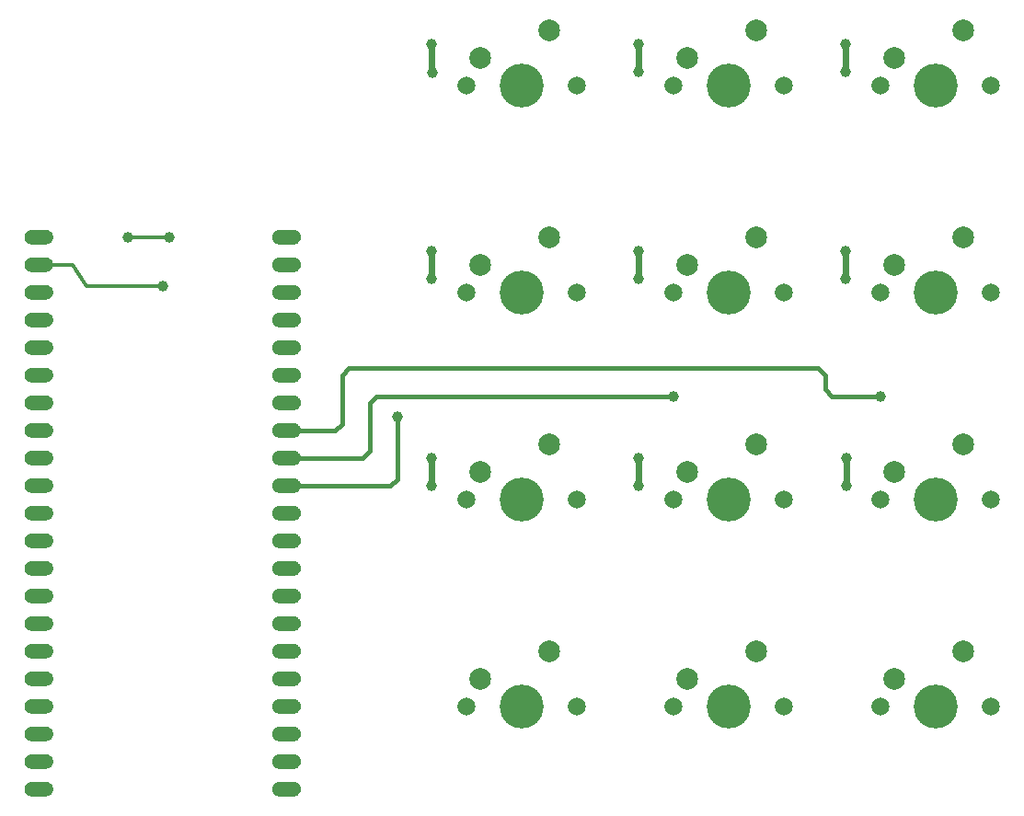
<source format=gbl>
G04 MADE WITH FRITZING*
G04 WWW.FRITZING.ORG*
G04 DOUBLE SIDED*
G04 HOLES PLATED*
G04 CONTOUR ON CENTER OF CONTOUR VECTOR*
%ASAXBY*%
%FSLAX23Y23*%
%MOIN*%
%OFA0B0*%
%SFA1.0B1.0*%
%ADD10C,0.039370*%
%ADD11C,0.052000*%
%ADD12C,0.078639*%
%ADD13C,0.158908*%
%ADD14C,0.065278*%
%ADD15C,0.024000*%
%ADD16C,0.016000*%
%ADD17C,0.012000*%
%ADD18R,0.001000X0.001000*%
%LNCOPPER0*%
G90*
G70*
G54D10*
X1705Y2757D03*
X1706Y2655D03*
X2453Y2656D03*
X2453Y2757D03*
X3205Y2657D03*
X3205Y2757D03*
X1704Y1906D03*
X2455Y1906D03*
X3204Y1906D03*
X3204Y2008D03*
X2455Y2008D03*
X1704Y2008D03*
X3206Y1257D03*
X3206Y1157D03*
X2453Y1257D03*
X2453Y1157D03*
X1704Y1257D03*
X1704Y1157D03*
X1579Y1407D03*
X2580Y1482D03*
X3330Y1482D03*
G54D11*
X279Y2057D03*
X279Y1957D03*
X279Y1857D03*
X279Y1757D03*
X279Y1657D03*
X279Y1557D03*
X279Y1457D03*
X279Y1357D03*
X279Y1257D03*
X279Y1157D03*
X279Y1057D03*
X279Y957D03*
X279Y857D03*
X279Y757D03*
X279Y657D03*
X279Y557D03*
X279Y457D03*
X279Y357D03*
X279Y257D03*
X279Y157D03*
X279Y57D03*
X1180Y57D03*
X1180Y157D03*
X1180Y257D03*
X1180Y357D03*
X1180Y457D03*
X1180Y557D03*
X1180Y657D03*
X1180Y757D03*
X1180Y857D03*
X1180Y957D03*
X1180Y1057D03*
X1180Y1157D03*
X1180Y1257D03*
X1180Y1357D03*
X1180Y1457D03*
X1180Y1557D03*
X1180Y1657D03*
X1180Y1757D03*
X1180Y1857D03*
X1180Y1957D03*
X1180Y2057D03*
G54D12*
X1879Y2707D03*
X2129Y2807D03*
G54D13*
X2029Y2607D03*
G54D14*
X1829Y2607D03*
X2229Y2607D03*
G54D12*
X2629Y2707D03*
X2879Y2807D03*
G54D13*
X2779Y2607D03*
G54D14*
X2579Y2607D03*
X2979Y2607D03*
G54D12*
X3379Y2707D03*
X3629Y2807D03*
G54D13*
X3529Y2607D03*
G54D14*
X3329Y2607D03*
X3729Y2607D03*
G54D12*
X1879Y1957D03*
X2129Y2057D03*
G54D13*
X2029Y1857D03*
G54D14*
X1829Y1857D03*
X2229Y1857D03*
G54D12*
X2629Y1957D03*
X2879Y2057D03*
G54D13*
X2779Y1857D03*
G54D14*
X2579Y1857D03*
X2979Y1857D03*
G54D12*
X3379Y1957D03*
X3629Y2057D03*
G54D13*
X3529Y1857D03*
G54D14*
X3329Y1857D03*
X3729Y1857D03*
G54D12*
X1879Y1207D03*
X2129Y1307D03*
G54D13*
X2029Y1107D03*
G54D14*
X1829Y1107D03*
X2229Y1107D03*
G54D12*
X2629Y1207D03*
X2879Y1307D03*
G54D13*
X2779Y1107D03*
G54D14*
X2579Y1107D03*
X2979Y1107D03*
G54D12*
X3379Y1207D03*
X3629Y1307D03*
G54D13*
X3529Y1107D03*
G54D14*
X3329Y1107D03*
X3729Y1107D03*
G54D12*
X1879Y457D03*
X2129Y557D03*
G54D13*
X2029Y357D03*
G54D14*
X1829Y357D03*
X2229Y357D03*
G54D12*
X2629Y457D03*
X2879Y557D03*
G54D13*
X2779Y357D03*
G54D14*
X2579Y357D03*
X2979Y357D03*
G54D12*
X3379Y457D03*
X3629Y557D03*
G54D13*
X3529Y357D03*
G54D14*
X3329Y357D03*
X3729Y357D03*
G54D10*
X754Y2057D03*
X604Y2057D03*
X729Y1882D03*
G54D15*
X1705Y2674D02*
X1705Y2738D01*
D02*
X2453Y2675D02*
X2453Y2738D01*
D02*
X3205Y2676D02*
X3205Y2738D01*
D02*
X3204Y1989D02*
X3204Y1925D01*
D02*
X2455Y1989D02*
X2455Y1925D01*
D02*
X1704Y1989D02*
X1704Y1925D01*
D02*
X1704Y1238D02*
X1704Y1176D01*
D02*
X2453Y1238D02*
X2453Y1176D01*
D02*
X3206Y1238D02*
X3206Y1176D01*
G54D16*
D02*
X1554Y1157D02*
X1204Y1157D01*
D02*
X1580Y1182D02*
X1554Y1157D01*
D02*
X1579Y1394D02*
X1580Y1182D01*
D02*
X1455Y1257D02*
X1204Y1257D01*
D02*
X1479Y1283D02*
X1455Y1257D01*
D02*
X1479Y1457D02*
X1479Y1283D01*
D02*
X1505Y1481D02*
X1479Y1457D01*
D02*
X2567Y1482D02*
X1505Y1481D01*
D02*
X3316Y1482D02*
X3154Y1481D01*
D02*
X3154Y1481D02*
X3129Y1508D01*
D02*
X3129Y1508D02*
X3129Y1556D01*
D02*
X3129Y1556D02*
X3105Y1583D01*
D02*
X1404Y1583D02*
X1380Y1556D01*
D02*
X1380Y1556D02*
X1380Y1382D01*
D02*
X1380Y1382D02*
X1355Y1358D01*
D02*
X1355Y1358D02*
X1204Y1357D01*
D02*
X3105Y1583D02*
X1404Y1583D01*
G54D17*
D02*
X741Y2057D02*
X618Y2057D01*
D02*
X455Y1881D02*
X404Y1956D01*
D02*
X404Y1956D02*
X304Y1957D01*
D02*
X716Y1882D02*
X455Y1881D01*
G54D18*
X250Y2083D02*
X312Y2083D01*
X1147Y2083D02*
X1209Y2083D01*
X247Y2082D02*
X315Y2082D01*
X1144Y2082D02*
X1212Y2082D01*
X244Y2081D02*
X317Y2081D01*
X1141Y2081D02*
X1214Y2081D01*
X243Y2080D02*
X319Y2080D01*
X1139Y2080D02*
X1216Y2080D01*
X241Y2079D02*
X321Y2079D01*
X1138Y2079D02*
X1218Y2079D01*
X240Y2078D02*
X322Y2078D01*
X1136Y2078D02*
X1219Y2078D01*
X238Y2077D02*
X323Y2077D01*
X1135Y2077D02*
X1220Y2077D01*
X237Y2076D02*
X325Y2076D01*
X1134Y2076D02*
X1222Y2076D01*
X236Y2075D02*
X326Y2075D01*
X1133Y2075D02*
X1222Y2075D01*
X236Y2074D02*
X326Y2074D01*
X1132Y2074D02*
X1223Y2074D01*
X235Y2073D02*
X277Y2073D01*
X286Y2073D02*
X327Y2073D01*
X1132Y2073D02*
X1173Y2073D01*
X1182Y2073D02*
X1224Y2073D01*
X234Y2072D02*
X274Y2072D01*
X289Y2072D02*
X328Y2072D01*
X1131Y2072D02*
X1170Y2072D01*
X1185Y2072D02*
X1225Y2072D01*
X233Y2071D02*
X273Y2071D01*
X291Y2071D02*
X329Y2071D01*
X1130Y2071D02*
X1169Y2071D01*
X1187Y2071D02*
X1225Y2071D01*
X233Y2070D02*
X271Y2070D01*
X292Y2070D02*
X329Y2070D01*
X1130Y2070D02*
X1167Y2070D01*
X1188Y2070D02*
X1226Y2070D01*
X232Y2069D02*
X270Y2069D01*
X293Y2069D02*
X330Y2069D01*
X1129Y2069D02*
X1166Y2069D01*
X1189Y2069D02*
X1227Y2069D01*
X232Y2068D02*
X269Y2068D01*
X294Y2068D02*
X330Y2068D01*
X1129Y2068D02*
X1165Y2068D01*
X1190Y2068D02*
X1227Y2068D01*
X231Y2067D02*
X268Y2067D01*
X295Y2067D02*
X331Y2067D01*
X1128Y2067D02*
X1164Y2067D01*
X1191Y2067D02*
X1227Y2067D01*
X231Y2066D02*
X268Y2066D01*
X296Y2066D02*
X331Y2066D01*
X1128Y2066D02*
X1164Y2066D01*
X1192Y2066D02*
X1228Y2066D01*
X231Y2065D02*
X267Y2065D01*
X296Y2065D02*
X331Y2065D01*
X1127Y2065D02*
X1163Y2065D01*
X1192Y2065D02*
X1228Y2065D01*
X230Y2064D02*
X267Y2064D01*
X297Y2064D02*
X332Y2064D01*
X1127Y2064D02*
X1163Y2064D01*
X1193Y2064D02*
X1228Y2064D01*
X230Y2063D02*
X266Y2063D01*
X297Y2063D02*
X332Y2063D01*
X1127Y2063D02*
X1162Y2063D01*
X1193Y2063D02*
X1229Y2063D01*
X230Y2062D02*
X266Y2062D01*
X297Y2062D02*
X332Y2062D01*
X1127Y2062D02*
X1162Y2062D01*
X1194Y2062D02*
X1229Y2062D01*
X230Y2061D02*
X266Y2061D01*
X298Y2061D02*
X332Y2061D01*
X1127Y2061D02*
X1162Y2061D01*
X1194Y2061D02*
X1229Y2061D01*
X230Y2060D02*
X265Y2060D01*
X298Y2060D02*
X332Y2060D01*
X1126Y2060D02*
X1162Y2060D01*
X1194Y2060D02*
X1229Y2060D01*
X230Y2059D02*
X265Y2059D01*
X298Y2059D02*
X332Y2059D01*
X1126Y2059D02*
X1161Y2059D01*
X1194Y2059D02*
X1229Y2059D01*
X230Y2058D02*
X265Y2058D01*
X298Y2058D02*
X332Y2058D01*
X1126Y2058D02*
X1161Y2058D01*
X1194Y2058D02*
X1229Y2058D01*
X230Y2057D02*
X265Y2057D01*
X298Y2057D02*
X332Y2057D01*
X1126Y2057D02*
X1161Y2057D01*
X1194Y2057D02*
X1229Y2057D01*
X230Y2056D02*
X265Y2056D01*
X298Y2056D02*
X332Y2056D01*
X1126Y2056D02*
X1161Y2056D01*
X1194Y2056D02*
X1229Y2056D01*
X230Y2055D02*
X265Y2055D01*
X298Y2055D02*
X332Y2055D01*
X1126Y2055D02*
X1162Y2055D01*
X1194Y2055D02*
X1229Y2055D01*
X230Y2054D02*
X266Y2054D01*
X298Y2054D02*
X332Y2054D01*
X1127Y2054D02*
X1162Y2054D01*
X1194Y2054D02*
X1229Y2054D01*
X230Y2053D02*
X266Y2053D01*
X297Y2053D02*
X332Y2053D01*
X1127Y2053D02*
X1162Y2053D01*
X1194Y2053D02*
X1229Y2053D01*
X230Y2052D02*
X266Y2052D01*
X297Y2052D02*
X332Y2052D01*
X1127Y2052D02*
X1162Y2052D01*
X1193Y2052D02*
X1229Y2052D01*
X230Y2051D02*
X267Y2051D01*
X297Y2051D02*
X332Y2051D01*
X1127Y2051D02*
X1163Y2051D01*
X1193Y2051D02*
X1228Y2051D01*
X231Y2050D02*
X267Y2050D01*
X296Y2050D02*
X331Y2050D01*
X1127Y2050D02*
X1163Y2050D01*
X1192Y2050D02*
X1228Y2050D01*
X231Y2049D02*
X268Y2049D01*
X296Y2049D02*
X331Y2049D01*
X1128Y2049D02*
X1164Y2049D01*
X1192Y2049D02*
X1228Y2049D01*
X231Y2048D02*
X268Y2048D01*
X295Y2048D02*
X331Y2048D01*
X1128Y2048D02*
X1165Y2048D01*
X1191Y2048D02*
X1227Y2048D01*
X232Y2047D02*
X269Y2047D01*
X294Y2047D02*
X330Y2047D01*
X1129Y2047D02*
X1165Y2047D01*
X1190Y2047D02*
X1227Y2047D01*
X232Y2046D02*
X270Y2046D01*
X293Y2046D02*
X330Y2046D01*
X1129Y2046D02*
X1166Y2046D01*
X1189Y2046D02*
X1226Y2046D01*
X233Y2045D02*
X271Y2045D01*
X292Y2045D02*
X329Y2045D01*
X1130Y2045D02*
X1168Y2045D01*
X1188Y2045D02*
X1226Y2045D01*
X233Y2044D02*
X273Y2044D01*
X291Y2044D02*
X329Y2044D01*
X1130Y2044D02*
X1169Y2044D01*
X1187Y2044D02*
X1225Y2044D01*
X234Y2043D02*
X275Y2043D01*
X289Y2043D02*
X328Y2043D01*
X1131Y2043D02*
X1171Y2043D01*
X1185Y2043D02*
X1225Y2043D01*
X235Y2042D02*
X278Y2042D01*
X286Y2042D02*
X327Y2042D01*
X1132Y2042D02*
X1174Y2042D01*
X1182Y2042D02*
X1224Y2042D01*
X236Y2041D02*
X326Y2041D01*
X1132Y2041D02*
X1223Y2041D01*
X236Y2040D02*
X325Y2040D01*
X1133Y2040D02*
X1222Y2040D01*
X237Y2039D02*
X325Y2039D01*
X1134Y2039D02*
X1221Y2039D01*
X239Y2038D02*
X323Y2038D01*
X1135Y2038D02*
X1220Y2038D01*
X240Y2037D02*
X322Y2037D01*
X1137Y2037D02*
X1219Y2037D01*
X241Y2036D02*
X321Y2036D01*
X1138Y2036D02*
X1218Y2036D01*
X243Y2035D02*
X319Y2035D01*
X1140Y2035D02*
X1216Y2035D01*
X245Y2034D02*
X317Y2034D01*
X1141Y2034D02*
X1214Y2034D01*
X247Y2033D02*
X315Y2033D01*
X1144Y2033D02*
X1212Y2033D01*
X251Y2032D02*
X311Y2032D01*
X1148Y2032D02*
X1208Y2032D01*
X250Y1983D02*
X312Y1983D01*
X1147Y1983D02*
X1209Y1983D01*
X247Y1982D02*
X315Y1982D01*
X1144Y1982D02*
X1212Y1982D01*
X244Y1981D02*
X317Y1981D01*
X1141Y1981D02*
X1214Y1981D01*
X242Y1980D02*
X319Y1980D01*
X1139Y1980D02*
X1216Y1980D01*
X241Y1979D02*
X321Y1979D01*
X1138Y1979D02*
X1218Y1979D01*
X240Y1978D02*
X322Y1978D01*
X1136Y1978D02*
X1219Y1978D01*
X238Y1977D02*
X323Y1977D01*
X1135Y1977D02*
X1220Y1977D01*
X237Y1976D02*
X325Y1976D01*
X1134Y1976D02*
X1222Y1976D01*
X236Y1975D02*
X325Y1975D01*
X1133Y1975D02*
X1222Y1975D01*
X235Y1974D02*
X326Y1974D01*
X1132Y1974D02*
X1223Y1974D01*
X235Y1973D02*
X277Y1973D01*
X287Y1973D02*
X327Y1973D01*
X1132Y1973D02*
X1173Y1973D01*
X1183Y1973D02*
X1224Y1973D01*
X234Y1972D02*
X274Y1972D01*
X289Y1972D02*
X328Y1972D01*
X1131Y1972D02*
X1170Y1972D01*
X1185Y1972D02*
X1225Y1972D01*
X233Y1971D02*
X272Y1971D01*
X291Y1971D02*
X328Y1971D01*
X1130Y1971D02*
X1168Y1971D01*
X1187Y1971D02*
X1225Y1971D01*
X233Y1970D02*
X271Y1970D01*
X292Y1970D02*
X329Y1970D01*
X1130Y1970D02*
X1167Y1970D01*
X1189Y1970D02*
X1226Y1970D01*
X232Y1969D02*
X270Y1969D01*
X294Y1969D02*
X330Y1969D01*
X1129Y1969D02*
X1166Y1969D01*
X1190Y1969D02*
X1227Y1969D01*
X232Y1968D02*
X269Y1968D01*
X294Y1968D02*
X330Y1968D01*
X1129Y1968D02*
X1165Y1968D01*
X1191Y1968D02*
X1227Y1968D01*
X231Y1967D02*
X268Y1967D01*
X295Y1967D02*
X331Y1967D01*
X1128Y1967D02*
X1164Y1967D01*
X1191Y1967D02*
X1227Y1967D01*
X231Y1966D02*
X267Y1966D01*
X296Y1966D02*
X331Y1966D01*
X1128Y1966D02*
X1164Y1966D01*
X1192Y1966D02*
X1228Y1966D01*
X230Y1965D02*
X267Y1965D01*
X296Y1965D02*
X331Y1965D01*
X1127Y1965D02*
X1163Y1965D01*
X1193Y1965D02*
X1228Y1965D01*
X230Y1964D02*
X266Y1964D01*
X297Y1964D02*
X331Y1964D01*
X1127Y1964D02*
X1162Y1964D01*
X1193Y1964D02*
X1228Y1964D01*
X230Y1963D02*
X266Y1963D01*
X297Y1963D02*
X332Y1963D01*
X1127Y1963D02*
X1162Y1963D01*
X1193Y1963D02*
X1229Y1963D01*
X230Y1962D02*
X266Y1962D01*
X298Y1962D02*
X332Y1962D01*
X1127Y1962D02*
X1162Y1962D01*
X1194Y1962D02*
X1229Y1962D01*
X230Y1961D02*
X265Y1961D01*
X298Y1961D02*
X332Y1961D01*
X1127Y1961D02*
X1161Y1961D01*
X1194Y1961D02*
X1229Y1961D01*
X230Y1960D02*
X265Y1960D01*
X298Y1960D02*
X332Y1960D01*
X1126Y1960D02*
X1161Y1960D01*
X1194Y1960D02*
X1229Y1960D01*
X229Y1959D02*
X265Y1959D01*
X298Y1959D02*
X332Y1959D01*
X1126Y1959D02*
X1161Y1959D01*
X1194Y1959D02*
X1229Y1959D01*
X229Y1958D02*
X265Y1958D01*
X298Y1958D02*
X332Y1958D01*
X1126Y1958D02*
X1161Y1958D01*
X1194Y1958D02*
X1229Y1958D01*
X229Y1957D02*
X265Y1957D01*
X298Y1957D02*
X332Y1957D01*
X1126Y1957D02*
X1161Y1957D01*
X1194Y1957D02*
X1229Y1957D01*
X229Y1956D02*
X265Y1956D01*
X298Y1956D02*
X332Y1956D01*
X1126Y1956D02*
X1161Y1956D01*
X1194Y1956D02*
X1229Y1956D01*
X230Y1955D02*
X265Y1955D01*
X298Y1955D02*
X332Y1955D01*
X1126Y1955D02*
X1161Y1955D01*
X1194Y1955D02*
X1229Y1955D01*
X230Y1954D02*
X265Y1954D01*
X298Y1954D02*
X332Y1954D01*
X1127Y1954D02*
X1162Y1954D01*
X1194Y1954D02*
X1229Y1954D01*
X230Y1953D02*
X266Y1953D01*
X298Y1953D02*
X332Y1953D01*
X1127Y1953D02*
X1162Y1953D01*
X1194Y1953D02*
X1229Y1953D01*
X230Y1952D02*
X266Y1952D01*
X297Y1952D02*
X332Y1952D01*
X1127Y1952D02*
X1162Y1952D01*
X1193Y1952D02*
X1229Y1952D01*
X230Y1951D02*
X266Y1951D01*
X297Y1951D02*
X331Y1951D01*
X1127Y1951D02*
X1163Y1951D01*
X1193Y1951D02*
X1228Y1951D01*
X231Y1950D02*
X267Y1950D01*
X296Y1950D02*
X331Y1950D01*
X1127Y1950D02*
X1163Y1950D01*
X1192Y1950D02*
X1228Y1950D01*
X231Y1949D02*
X267Y1949D01*
X296Y1949D02*
X331Y1949D01*
X1128Y1949D02*
X1164Y1949D01*
X1192Y1949D02*
X1228Y1949D01*
X231Y1948D02*
X268Y1948D01*
X295Y1948D02*
X330Y1948D01*
X1128Y1948D02*
X1164Y1948D01*
X1191Y1948D02*
X1227Y1948D01*
X232Y1947D02*
X269Y1947D01*
X294Y1947D02*
X330Y1947D01*
X1129Y1947D02*
X1165Y1947D01*
X1190Y1947D02*
X1227Y1947D01*
X232Y1946D02*
X270Y1946D01*
X293Y1946D02*
X330Y1946D01*
X1129Y1946D02*
X1166Y1946D01*
X1189Y1946D02*
X1226Y1946D01*
X233Y1945D02*
X271Y1945D01*
X292Y1945D02*
X329Y1945D01*
X1130Y1945D02*
X1167Y1945D01*
X1188Y1945D02*
X1226Y1945D01*
X233Y1944D02*
X273Y1944D01*
X291Y1944D02*
X328Y1944D01*
X1130Y1944D02*
X1169Y1944D01*
X1187Y1944D02*
X1225Y1944D01*
X234Y1943D02*
X274Y1943D01*
X289Y1943D02*
X328Y1943D01*
X1131Y1943D02*
X1171Y1943D01*
X1185Y1943D02*
X1225Y1943D01*
X235Y1942D02*
X278Y1942D01*
X286Y1942D02*
X327Y1942D01*
X1132Y1942D02*
X1174Y1942D01*
X1182Y1942D02*
X1224Y1942D01*
X236Y1941D02*
X326Y1941D01*
X1132Y1941D02*
X1223Y1941D01*
X236Y1940D02*
X325Y1940D01*
X1133Y1940D02*
X1222Y1940D01*
X237Y1939D02*
X324Y1939D01*
X1134Y1939D02*
X1221Y1939D01*
X238Y1938D02*
X323Y1938D01*
X1135Y1938D02*
X1220Y1938D01*
X240Y1937D02*
X322Y1937D01*
X1137Y1937D02*
X1219Y1937D01*
X241Y1936D02*
X321Y1936D01*
X1138Y1936D02*
X1218Y1936D01*
X243Y1935D02*
X319Y1935D01*
X1140Y1935D02*
X1216Y1935D01*
X245Y1934D02*
X317Y1934D01*
X1141Y1934D02*
X1214Y1934D01*
X247Y1933D02*
X315Y1933D01*
X1144Y1933D02*
X1212Y1933D01*
X251Y1932D02*
X311Y1932D01*
X1148Y1932D02*
X1208Y1932D01*
X250Y1883D02*
X312Y1883D01*
X1147Y1883D02*
X1209Y1883D01*
X247Y1882D02*
X315Y1882D01*
X1144Y1882D02*
X1212Y1882D01*
X244Y1881D02*
X317Y1881D01*
X1141Y1881D02*
X1214Y1881D01*
X242Y1880D02*
X319Y1880D01*
X1139Y1880D02*
X1216Y1880D01*
X241Y1879D02*
X321Y1879D01*
X1138Y1879D02*
X1218Y1879D01*
X239Y1878D02*
X322Y1878D01*
X1136Y1878D02*
X1219Y1878D01*
X238Y1877D02*
X323Y1877D01*
X1135Y1877D02*
X1220Y1877D01*
X237Y1876D02*
X325Y1876D01*
X1134Y1876D02*
X1222Y1876D01*
X236Y1875D02*
X325Y1875D01*
X1133Y1875D02*
X1222Y1875D01*
X235Y1874D02*
X326Y1874D01*
X1132Y1874D02*
X1223Y1874D01*
X235Y1873D02*
X277Y1873D01*
X287Y1873D02*
X327Y1873D01*
X1132Y1873D02*
X1173Y1873D01*
X1183Y1873D02*
X1224Y1873D01*
X234Y1872D02*
X274Y1872D01*
X289Y1872D02*
X328Y1872D01*
X1131Y1872D02*
X1170Y1872D01*
X1185Y1872D02*
X1225Y1872D01*
X233Y1871D02*
X272Y1871D01*
X291Y1871D02*
X328Y1871D01*
X1130Y1871D02*
X1168Y1871D01*
X1187Y1871D02*
X1225Y1871D01*
X233Y1870D02*
X271Y1870D01*
X292Y1870D02*
X329Y1870D01*
X1130Y1870D02*
X1167Y1870D01*
X1189Y1870D02*
X1226Y1870D01*
X232Y1869D02*
X270Y1869D01*
X293Y1869D02*
X330Y1869D01*
X1129Y1869D02*
X1166Y1869D01*
X1190Y1869D02*
X1227Y1869D01*
X232Y1868D02*
X269Y1868D01*
X294Y1868D02*
X330Y1868D01*
X1129Y1868D02*
X1165Y1868D01*
X1191Y1868D02*
X1227Y1868D01*
X231Y1867D02*
X268Y1867D01*
X295Y1867D02*
X331Y1867D01*
X1128Y1867D02*
X1164Y1867D01*
X1191Y1867D02*
X1227Y1867D01*
X231Y1866D02*
X267Y1866D01*
X296Y1866D02*
X331Y1866D01*
X1128Y1866D02*
X1164Y1866D01*
X1192Y1866D02*
X1228Y1866D01*
X230Y1865D02*
X267Y1865D01*
X296Y1865D02*
X331Y1865D01*
X1127Y1865D02*
X1163Y1865D01*
X1193Y1865D02*
X1228Y1865D01*
X230Y1864D02*
X266Y1864D01*
X297Y1864D02*
X332Y1864D01*
X1127Y1864D02*
X1162Y1864D01*
X1193Y1864D02*
X1228Y1864D01*
X230Y1863D02*
X266Y1863D01*
X297Y1863D02*
X332Y1863D01*
X1127Y1863D02*
X1162Y1863D01*
X1193Y1863D02*
X1229Y1863D01*
X230Y1862D02*
X266Y1862D01*
X298Y1862D02*
X332Y1862D01*
X1127Y1862D02*
X1162Y1862D01*
X1194Y1862D02*
X1229Y1862D01*
X230Y1861D02*
X265Y1861D01*
X298Y1861D02*
X332Y1861D01*
X1127Y1861D02*
X1161Y1861D01*
X1194Y1861D02*
X1229Y1861D01*
X229Y1860D02*
X265Y1860D01*
X298Y1860D02*
X332Y1860D01*
X1126Y1860D02*
X1161Y1860D01*
X1194Y1860D02*
X1229Y1860D01*
X229Y1859D02*
X265Y1859D01*
X298Y1859D02*
X332Y1859D01*
X1126Y1859D02*
X1161Y1859D01*
X1194Y1859D02*
X1229Y1859D01*
X229Y1858D02*
X265Y1858D01*
X298Y1858D02*
X332Y1858D01*
X1126Y1858D02*
X1161Y1858D01*
X1194Y1858D02*
X1229Y1858D01*
X229Y1857D02*
X265Y1857D01*
X298Y1857D02*
X332Y1857D01*
X1126Y1857D02*
X1161Y1857D01*
X1194Y1857D02*
X1229Y1857D01*
X229Y1856D02*
X265Y1856D01*
X298Y1856D02*
X332Y1856D01*
X1126Y1856D02*
X1161Y1856D01*
X1194Y1856D02*
X1229Y1856D01*
X229Y1855D02*
X265Y1855D01*
X298Y1855D02*
X332Y1855D01*
X1126Y1855D02*
X1161Y1855D01*
X1194Y1855D02*
X1229Y1855D01*
X230Y1854D02*
X265Y1854D01*
X298Y1854D02*
X332Y1854D01*
X1127Y1854D02*
X1162Y1854D01*
X1194Y1854D02*
X1229Y1854D01*
X230Y1853D02*
X266Y1853D01*
X298Y1853D02*
X332Y1853D01*
X1127Y1853D02*
X1162Y1853D01*
X1194Y1853D02*
X1229Y1853D01*
X230Y1852D02*
X266Y1852D01*
X297Y1852D02*
X332Y1852D01*
X1127Y1852D02*
X1162Y1852D01*
X1193Y1852D02*
X1229Y1852D01*
X230Y1851D02*
X266Y1851D01*
X297Y1851D02*
X331Y1851D01*
X1127Y1851D02*
X1163Y1851D01*
X1193Y1851D02*
X1228Y1851D01*
X230Y1850D02*
X267Y1850D01*
X296Y1850D02*
X331Y1850D01*
X1127Y1850D02*
X1163Y1850D01*
X1192Y1850D02*
X1228Y1850D01*
X231Y1849D02*
X267Y1849D01*
X296Y1849D02*
X331Y1849D01*
X1128Y1849D02*
X1164Y1849D01*
X1192Y1849D02*
X1228Y1849D01*
X231Y1848D02*
X268Y1848D01*
X295Y1848D02*
X331Y1848D01*
X1128Y1848D02*
X1164Y1848D01*
X1191Y1848D02*
X1227Y1848D01*
X232Y1847D02*
X269Y1847D01*
X294Y1847D02*
X330Y1847D01*
X1129Y1847D02*
X1165Y1847D01*
X1190Y1847D02*
X1227Y1847D01*
X232Y1846D02*
X270Y1846D01*
X293Y1846D02*
X330Y1846D01*
X1129Y1846D02*
X1166Y1846D01*
X1189Y1846D02*
X1226Y1846D01*
X233Y1845D02*
X271Y1845D01*
X292Y1845D02*
X329Y1845D01*
X1130Y1845D02*
X1167Y1845D01*
X1188Y1845D02*
X1226Y1845D01*
X233Y1844D02*
X273Y1844D01*
X291Y1844D02*
X328Y1844D01*
X1130Y1844D02*
X1169Y1844D01*
X1187Y1844D02*
X1225Y1844D01*
X234Y1843D02*
X274Y1843D01*
X289Y1843D02*
X328Y1843D01*
X1131Y1843D02*
X1171Y1843D01*
X1185Y1843D02*
X1225Y1843D01*
X235Y1842D02*
X278Y1842D01*
X286Y1842D02*
X327Y1842D01*
X1132Y1842D02*
X1174Y1842D01*
X1182Y1842D02*
X1224Y1842D01*
X235Y1841D02*
X326Y1841D01*
X1132Y1841D02*
X1223Y1841D01*
X236Y1840D02*
X325Y1840D01*
X1133Y1840D02*
X1222Y1840D01*
X237Y1839D02*
X324Y1839D01*
X1134Y1839D02*
X1221Y1839D01*
X238Y1838D02*
X323Y1838D01*
X1135Y1838D02*
X1220Y1838D01*
X240Y1837D02*
X322Y1837D01*
X1137Y1837D02*
X1219Y1837D01*
X241Y1836D02*
X321Y1836D01*
X1138Y1836D02*
X1218Y1836D01*
X243Y1835D02*
X319Y1835D01*
X1140Y1835D02*
X1216Y1835D01*
X245Y1834D02*
X317Y1834D01*
X1141Y1834D02*
X1214Y1834D01*
X247Y1833D02*
X315Y1833D01*
X1144Y1833D02*
X1212Y1833D01*
X251Y1832D02*
X311Y1832D01*
X1148Y1832D02*
X1208Y1832D01*
X250Y1783D02*
X312Y1783D01*
X1147Y1783D02*
X1209Y1783D01*
X247Y1782D02*
X315Y1782D01*
X1144Y1782D02*
X1212Y1782D01*
X244Y1781D02*
X317Y1781D01*
X1141Y1781D02*
X1214Y1781D01*
X242Y1780D02*
X319Y1780D01*
X1139Y1780D02*
X1216Y1780D01*
X241Y1779D02*
X321Y1779D01*
X1138Y1779D02*
X1218Y1779D01*
X240Y1778D02*
X322Y1778D01*
X1136Y1778D02*
X1219Y1778D01*
X238Y1777D02*
X323Y1777D01*
X1135Y1777D02*
X1220Y1777D01*
X237Y1776D02*
X325Y1776D01*
X1134Y1776D02*
X1222Y1776D01*
X236Y1775D02*
X325Y1775D01*
X1133Y1775D02*
X1222Y1775D01*
X235Y1774D02*
X326Y1774D01*
X1132Y1774D02*
X1223Y1774D01*
X235Y1773D02*
X277Y1773D01*
X287Y1773D02*
X327Y1773D01*
X1132Y1773D02*
X1173Y1773D01*
X1183Y1773D02*
X1224Y1773D01*
X234Y1772D02*
X274Y1772D01*
X289Y1772D02*
X328Y1772D01*
X1131Y1772D02*
X1170Y1772D01*
X1185Y1772D02*
X1225Y1772D01*
X233Y1771D02*
X272Y1771D01*
X291Y1771D02*
X328Y1771D01*
X1130Y1771D02*
X1168Y1771D01*
X1187Y1771D02*
X1225Y1771D01*
X233Y1770D02*
X271Y1770D01*
X292Y1770D02*
X329Y1770D01*
X1130Y1770D02*
X1167Y1770D01*
X1189Y1770D02*
X1226Y1770D01*
X232Y1769D02*
X270Y1769D01*
X294Y1769D02*
X330Y1769D01*
X1129Y1769D02*
X1166Y1769D01*
X1190Y1769D02*
X1227Y1769D01*
X232Y1768D02*
X269Y1768D01*
X294Y1768D02*
X330Y1768D01*
X1129Y1768D02*
X1165Y1768D01*
X1191Y1768D02*
X1227Y1768D01*
X231Y1767D02*
X268Y1767D01*
X295Y1767D02*
X331Y1767D01*
X1128Y1767D02*
X1164Y1767D01*
X1191Y1767D02*
X1227Y1767D01*
X231Y1766D02*
X267Y1766D01*
X296Y1766D02*
X331Y1766D01*
X1128Y1766D02*
X1163Y1766D01*
X1192Y1766D02*
X1228Y1766D01*
X230Y1765D02*
X267Y1765D01*
X296Y1765D02*
X331Y1765D01*
X1127Y1765D02*
X1163Y1765D01*
X1193Y1765D02*
X1228Y1765D01*
X230Y1764D02*
X266Y1764D01*
X297Y1764D02*
X331Y1764D01*
X1127Y1764D02*
X1162Y1764D01*
X1193Y1764D02*
X1228Y1764D01*
X230Y1763D02*
X266Y1763D01*
X297Y1763D02*
X332Y1763D01*
X1127Y1763D02*
X1162Y1763D01*
X1193Y1763D02*
X1229Y1763D01*
X230Y1762D02*
X266Y1762D01*
X298Y1762D02*
X332Y1762D01*
X1127Y1762D02*
X1162Y1762D01*
X1194Y1762D02*
X1229Y1762D01*
X230Y1761D02*
X265Y1761D01*
X298Y1761D02*
X332Y1761D01*
X1127Y1761D02*
X1161Y1761D01*
X1194Y1761D02*
X1229Y1761D01*
X230Y1760D02*
X265Y1760D01*
X298Y1760D02*
X332Y1760D01*
X1126Y1760D02*
X1161Y1760D01*
X1194Y1760D02*
X1229Y1760D01*
X229Y1759D02*
X265Y1759D01*
X298Y1759D02*
X332Y1759D01*
X1126Y1759D02*
X1161Y1759D01*
X1194Y1759D02*
X1229Y1759D01*
X229Y1758D02*
X265Y1758D01*
X298Y1758D02*
X332Y1758D01*
X1126Y1758D02*
X1161Y1758D01*
X1194Y1758D02*
X1229Y1758D01*
X229Y1757D02*
X265Y1757D01*
X298Y1757D02*
X332Y1757D01*
X1126Y1757D02*
X1161Y1757D01*
X1194Y1757D02*
X1229Y1757D01*
X229Y1756D02*
X265Y1756D01*
X298Y1756D02*
X332Y1756D01*
X1126Y1756D02*
X1161Y1756D01*
X1194Y1756D02*
X1229Y1756D01*
X230Y1755D02*
X265Y1755D01*
X298Y1755D02*
X332Y1755D01*
X1126Y1755D02*
X1161Y1755D01*
X1194Y1755D02*
X1229Y1755D01*
X230Y1754D02*
X265Y1754D01*
X298Y1754D02*
X332Y1754D01*
X1127Y1754D02*
X1162Y1754D01*
X1194Y1754D02*
X1229Y1754D01*
X230Y1753D02*
X266Y1753D01*
X298Y1753D02*
X332Y1753D01*
X1127Y1753D02*
X1162Y1753D01*
X1194Y1753D02*
X1229Y1753D01*
X230Y1752D02*
X266Y1752D01*
X297Y1752D02*
X332Y1752D01*
X1127Y1752D02*
X1162Y1752D01*
X1193Y1752D02*
X1229Y1752D01*
X230Y1751D02*
X266Y1751D01*
X297Y1751D02*
X331Y1751D01*
X1127Y1751D02*
X1163Y1751D01*
X1193Y1751D02*
X1228Y1751D01*
X231Y1750D02*
X267Y1750D01*
X296Y1750D02*
X331Y1750D01*
X1127Y1750D02*
X1163Y1750D01*
X1192Y1750D02*
X1228Y1750D01*
X231Y1749D02*
X267Y1749D01*
X296Y1749D02*
X331Y1749D01*
X1128Y1749D02*
X1164Y1749D01*
X1192Y1749D02*
X1228Y1749D01*
X231Y1748D02*
X268Y1748D01*
X295Y1748D02*
X330Y1748D01*
X1128Y1748D02*
X1164Y1748D01*
X1191Y1748D02*
X1227Y1748D01*
X232Y1747D02*
X269Y1747D01*
X294Y1747D02*
X330Y1747D01*
X1129Y1747D02*
X1165Y1747D01*
X1190Y1747D02*
X1227Y1747D01*
X232Y1746D02*
X270Y1746D01*
X293Y1746D02*
X329Y1746D01*
X1129Y1746D02*
X1166Y1746D01*
X1189Y1746D02*
X1226Y1746D01*
X233Y1745D02*
X271Y1745D01*
X292Y1745D02*
X329Y1745D01*
X1130Y1745D02*
X1167Y1745D01*
X1188Y1745D02*
X1226Y1745D01*
X233Y1744D02*
X273Y1744D01*
X291Y1744D02*
X328Y1744D01*
X1130Y1744D02*
X1169Y1744D01*
X1187Y1744D02*
X1225Y1744D01*
X234Y1743D02*
X275Y1743D01*
X289Y1743D02*
X328Y1743D01*
X1131Y1743D02*
X1171Y1743D01*
X1185Y1743D02*
X1225Y1743D01*
X235Y1742D02*
X278Y1742D01*
X286Y1742D02*
X327Y1742D01*
X1132Y1742D02*
X1174Y1742D01*
X1182Y1742D02*
X1224Y1742D01*
X236Y1741D02*
X326Y1741D01*
X1132Y1741D02*
X1223Y1741D01*
X236Y1740D02*
X325Y1740D01*
X1133Y1740D02*
X1222Y1740D01*
X237Y1739D02*
X324Y1739D01*
X1134Y1739D02*
X1221Y1739D01*
X238Y1738D02*
X323Y1738D01*
X1135Y1738D02*
X1220Y1738D01*
X240Y1737D02*
X322Y1737D01*
X1137Y1737D02*
X1219Y1737D01*
X241Y1736D02*
X321Y1736D01*
X1138Y1736D02*
X1218Y1736D01*
X243Y1735D02*
X319Y1735D01*
X1140Y1735D02*
X1216Y1735D01*
X245Y1734D02*
X317Y1734D01*
X1142Y1734D02*
X1214Y1734D01*
X247Y1733D02*
X315Y1733D01*
X1144Y1733D02*
X1212Y1733D01*
X251Y1732D02*
X311Y1732D01*
X1148Y1732D02*
X1208Y1732D01*
X250Y1683D02*
X312Y1683D01*
X1147Y1683D02*
X1209Y1683D01*
X247Y1682D02*
X315Y1682D01*
X1144Y1682D02*
X1212Y1682D01*
X244Y1681D02*
X317Y1681D01*
X1141Y1681D02*
X1214Y1681D01*
X242Y1680D02*
X319Y1680D01*
X1139Y1680D02*
X1216Y1680D01*
X241Y1679D02*
X321Y1679D01*
X1138Y1679D02*
X1218Y1679D01*
X239Y1678D02*
X322Y1678D01*
X1136Y1678D02*
X1219Y1678D01*
X238Y1677D02*
X323Y1677D01*
X1135Y1677D02*
X1220Y1677D01*
X237Y1676D02*
X325Y1676D01*
X1134Y1676D02*
X1222Y1676D01*
X236Y1675D02*
X325Y1675D01*
X1133Y1675D02*
X1222Y1675D01*
X235Y1674D02*
X326Y1674D01*
X1132Y1674D02*
X1223Y1674D01*
X235Y1673D02*
X277Y1673D01*
X286Y1673D02*
X327Y1673D01*
X1132Y1673D02*
X1173Y1673D01*
X1182Y1673D02*
X1224Y1673D01*
X234Y1672D02*
X274Y1672D01*
X289Y1672D02*
X328Y1672D01*
X1131Y1672D02*
X1170Y1672D01*
X1185Y1672D02*
X1225Y1672D01*
X233Y1671D02*
X272Y1671D01*
X291Y1671D02*
X328Y1671D01*
X1130Y1671D02*
X1169Y1671D01*
X1187Y1671D02*
X1225Y1671D01*
X233Y1670D02*
X271Y1670D01*
X292Y1670D02*
X329Y1670D01*
X1130Y1670D02*
X1167Y1670D01*
X1188Y1670D02*
X1226Y1670D01*
X232Y1669D02*
X270Y1669D01*
X293Y1669D02*
X330Y1669D01*
X1129Y1669D02*
X1166Y1669D01*
X1189Y1669D02*
X1227Y1669D01*
X232Y1668D02*
X269Y1668D01*
X294Y1668D02*
X330Y1668D01*
X1129Y1668D02*
X1165Y1668D01*
X1190Y1668D02*
X1227Y1668D01*
X231Y1667D02*
X268Y1667D01*
X295Y1667D02*
X331Y1667D01*
X1128Y1667D02*
X1164Y1667D01*
X1191Y1667D02*
X1227Y1667D01*
X231Y1666D02*
X268Y1666D01*
X296Y1666D02*
X331Y1666D01*
X1128Y1666D02*
X1164Y1666D01*
X1192Y1666D02*
X1228Y1666D01*
X230Y1665D02*
X267Y1665D01*
X296Y1665D02*
X331Y1665D01*
X1127Y1665D02*
X1163Y1665D01*
X1192Y1665D02*
X1228Y1665D01*
X230Y1664D02*
X266Y1664D01*
X297Y1664D02*
X332Y1664D01*
X1127Y1664D02*
X1163Y1664D01*
X1193Y1664D02*
X1228Y1664D01*
X230Y1663D02*
X266Y1663D01*
X297Y1663D02*
X332Y1663D01*
X1127Y1663D02*
X1162Y1663D01*
X1193Y1663D02*
X1229Y1663D01*
X230Y1662D02*
X266Y1662D01*
X297Y1662D02*
X332Y1662D01*
X1127Y1662D02*
X1162Y1662D01*
X1194Y1662D02*
X1229Y1662D01*
X230Y1661D02*
X265Y1661D01*
X298Y1661D02*
X332Y1661D01*
X1127Y1661D02*
X1162Y1661D01*
X1194Y1661D02*
X1229Y1661D01*
X229Y1660D02*
X265Y1660D01*
X298Y1660D02*
X332Y1660D01*
X1126Y1660D02*
X1162Y1660D01*
X1194Y1660D02*
X1229Y1660D01*
X229Y1659D02*
X265Y1659D01*
X298Y1659D02*
X332Y1659D01*
X1126Y1659D02*
X1161Y1659D01*
X1194Y1659D02*
X1229Y1659D01*
X229Y1658D02*
X265Y1658D01*
X298Y1658D02*
X332Y1658D01*
X1126Y1658D02*
X1161Y1658D01*
X1194Y1658D02*
X1229Y1658D01*
X229Y1657D02*
X265Y1657D01*
X298Y1657D02*
X332Y1657D01*
X1126Y1657D02*
X1161Y1657D01*
X1194Y1657D02*
X1229Y1657D01*
X229Y1656D02*
X265Y1656D01*
X298Y1656D02*
X332Y1656D01*
X1126Y1656D02*
X1161Y1656D01*
X1194Y1656D02*
X1229Y1656D01*
X229Y1655D02*
X265Y1655D01*
X298Y1655D02*
X332Y1655D01*
X1126Y1655D02*
X1162Y1655D01*
X1194Y1655D02*
X1229Y1655D01*
X230Y1654D02*
X266Y1654D01*
X298Y1654D02*
X332Y1654D01*
X1127Y1654D02*
X1162Y1654D01*
X1194Y1654D02*
X1229Y1654D01*
X230Y1653D02*
X266Y1653D01*
X297Y1653D02*
X332Y1653D01*
X1127Y1653D02*
X1162Y1653D01*
X1193Y1653D02*
X1229Y1653D01*
X230Y1652D02*
X266Y1652D01*
X297Y1652D02*
X332Y1652D01*
X1127Y1652D02*
X1162Y1652D01*
X1193Y1652D02*
X1229Y1652D01*
X230Y1651D02*
X267Y1651D01*
X297Y1651D02*
X331Y1651D01*
X1127Y1651D02*
X1163Y1651D01*
X1193Y1651D02*
X1228Y1651D01*
X230Y1650D02*
X267Y1650D01*
X296Y1650D02*
X331Y1650D01*
X1127Y1650D02*
X1163Y1650D01*
X1192Y1650D02*
X1228Y1650D01*
X231Y1649D02*
X268Y1649D01*
X296Y1649D02*
X331Y1649D01*
X1128Y1649D02*
X1164Y1649D01*
X1192Y1649D02*
X1228Y1649D01*
X231Y1648D02*
X268Y1648D01*
X295Y1648D02*
X330Y1648D01*
X1128Y1648D02*
X1165Y1648D01*
X1191Y1648D02*
X1227Y1648D01*
X232Y1647D02*
X269Y1647D01*
X294Y1647D02*
X330Y1647D01*
X1129Y1647D02*
X1165Y1647D01*
X1190Y1647D02*
X1227Y1647D01*
X232Y1646D02*
X270Y1646D01*
X293Y1646D02*
X330Y1646D01*
X1129Y1646D02*
X1166Y1646D01*
X1189Y1646D02*
X1226Y1646D01*
X233Y1645D02*
X271Y1645D01*
X292Y1645D02*
X329Y1645D01*
X1130Y1645D02*
X1168Y1645D01*
X1188Y1645D02*
X1226Y1645D01*
X233Y1644D02*
X273Y1644D01*
X290Y1644D02*
X328Y1644D01*
X1130Y1644D02*
X1169Y1644D01*
X1187Y1644D02*
X1225Y1644D01*
X234Y1643D02*
X275Y1643D01*
X288Y1643D02*
X328Y1643D01*
X1131Y1643D02*
X1171Y1643D01*
X1185Y1643D02*
X1225Y1643D01*
X235Y1642D02*
X278Y1642D01*
X285Y1642D02*
X327Y1642D01*
X1132Y1642D02*
X1174Y1642D01*
X1182Y1642D02*
X1224Y1642D01*
X235Y1641D02*
X326Y1641D01*
X1132Y1641D02*
X1223Y1641D01*
X236Y1640D02*
X325Y1640D01*
X1133Y1640D02*
X1222Y1640D01*
X237Y1639D02*
X324Y1639D01*
X1134Y1639D02*
X1221Y1639D01*
X238Y1638D02*
X323Y1638D01*
X1135Y1638D02*
X1220Y1638D01*
X240Y1637D02*
X322Y1637D01*
X1137Y1637D02*
X1219Y1637D01*
X241Y1636D02*
X321Y1636D01*
X1138Y1636D02*
X1218Y1636D01*
X243Y1635D02*
X319Y1635D01*
X1140Y1635D02*
X1216Y1635D01*
X245Y1634D02*
X317Y1634D01*
X1142Y1634D02*
X1214Y1634D01*
X247Y1633D02*
X315Y1633D01*
X1144Y1633D02*
X1212Y1633D01*
X251Y1632D02*
X311Y1632D01*
X1148Y1632D02*
X1208Y1632D01*
X250Y1583D02*
X312Y1583D01*
X1147Y1583D02*
X1209Y1583D01*
X247Y1582D02*
X315Y1582D01*
X1144Y1582D02*
X1212Y1582D01*
X244Y1581D02*
X317Y1581D01*
X1141Y1581D02*
X1214Y1581D01*
X242Y1580D02*
X319Y1580D01*
X1139Y1580D02*
X1216Y1580D01*
X241Y1579D02*
X321Y1579D01*
X1138Y1579D02*
X1218Y1579D01*
X239Y1578D02*
X322Y1578D01*
X1136Y1578D02*
X1219Y1578D01*
X238Y1577D02*
X323Y1577D01*
X1135Y1577D02*
X1220Y1577D01*
X237Y1576D02*
X325Y1576D01*
X1134Y1576D02*
X1222Y1576D01*
X236Y1575D02*
X326Y1575D01*
X1133Y1575D02*
X1222Y1575D01*
X235Y1574D02*
X326Y1574D01*
X1132Y1574D02*
X1223Y1574D01*
X235Y1573D02*
X277Y1573D01*
X286Y1573D02*
X327Y1573D01*
X1131Y1573D02*
X1173Y1573D01*
X1182Y1573D02*
X1224Y1573D01*
X234Y1572D02*
X274Y1572D01*
X289Y1572D02*
X328Y1572D01*
X1131Y1572D02*
X1170Y1572D01*
X1185Y1572D02*
X1225Y1572D01*
X233Y1571D02*
X272Y1571D01*
X291Y1571D02*
X328Y1571D01*
X1130Y1571D02*
X1169Y1571D01*
X1187Y1571D02*
X1225Y1571D01*
X233Y1570D02*
X271Y1570D01*
X292Y1570D02*
X329Y1570D01*
X1130Y1570D02*
X1167Y1570D01*
X1188Y1570D02*
X1226Y1570D01*
X232Y1569D02*
X270Y1569D01*
X293Y1569D02*
X330Y1569D01*
X1129Y1569D02*
X1166Y1569D01*
X1189Y1569D02*
X1227Y1569D01*
X232Y1568D02*
X269Y1568D01*
X294Y1568D02*
X330Y1568D01*
X1129Y1568D02*
X1165Y1568D01*
X1190Y1568D02*
X1227Y1568D01*
X231Y1567D02*
X268Y1567D01*
X295Y1567D02*
X331Y1567D01*
X1128Y1567D02*
X1164Y1567D01*
X1191Y1567D02*
X1227Y1567D01*
X231Y1566D02*
X268Y1566D01*
X296Y1566D02*
X331Y1566D01*
X1128Y1566D02*
X1164Y1566D01*
X1192Y1566D02*
X1228Y1566D01*
X230Y1565D02*
X267Y1565D01*
X296Y1565D02*
X331Y1565D01*
X1127Y1565D02*
X1163Y1565D01*
X1192Y1565D02*
X1228Y1565D01*
X230Y1564D02*
X266Y1564D01*
X297Y1564D02*
X331Y1564D01*
X1127Y1564D02*
X1163Y1564D01*
X1193Y1564D02*
X1228Y1564D01*
X230Y1563D02*
X266Y1563D01*
X297Y1563D02*
X332Y1563D01*
X1127Y1563D02*
X1162Y1563D01*
X1193Y1563D02*
X1229Y1563D01*
X230Y1562D02*
X266Y1562D01*
X297Y1562D02*
X332Y1562D01*
X1127Y1562D02*
X1162Y1562D01*
X1194Y1562D02*
X1229Y1562D01*
X230Y1561D02*
X266Y1561D01*
X298Y1561D02*
X332Y1561D01*
X1127Y1561D02*
X1162Y1561D01*
X1194Y1561D02*
X1229Y1561D01*
X230Y1560D02*
X265Y1560D01*
X298Y1560D02*
X332Y1560D01*
X1126Y1560D02*
X1162Y1560D01*
X1194Y1560D02*
X1229Y1560D01*
X229Y1559D02*
X265Y1559D01*
X298Y1559D02*
X332Y1559D01*
X1126Y1559D02*
X1161Y1559D01*
X1194Y1559D02*
X1229Y1559D01*
X229Y1558D02*
X265Y1558D01*
X298Y1558D02*
X332Y1558D01*
X1126Y1558D02*
X1161Y1558D01*
X1194Y1558D02*
X1229Y1558D01*
X229Y1557D02*
X265Y1557D01*
X298Y1557D02*
X332Y1557D01*
X1126Y1557D02*
X1161Y1557D01*
X1194Y1557D02*
X1229Y1557D01*
X229Y1556D02*
X265Y1556D01*
X298Y1556D02*
X332Y1556D01*
X1126Y1556D02*
X1161Y1556D01*
X1194Y1556D02*
X1229Y1556D01*
X230Y1555D02*
X265Y1555D01*
X298Y1555D02*
X332Y1555D01*
X1126Y1555D02*
X1162Y1555D01*
X1194Y1555D02*
X1229Y1555D01*
X230Y1554D02*
X266Y1554D01*
X298Y1554D02*
X332Y1554D01*
X1127Y1554D02*
X1162Y1554D01*
X1194Y1554D02*
X1229Y1554D01*
X230Y1553D02*
X266Y1553D01*
X297Y1553D02*
X332Y1553D01*
X1127Y1553D02*
X1162Y1553D01*
X1193Y1553D02*
X1229Y1553D01*
X230Y1552D02*
X266Y1552D01*
X297Y1552D02*
X332Y1552D01*
X1127Y1552D02*
X1162Y1552D01*
X1193Y1552D02*
X1229Y1552D01*
X230Y1551D02*
X267Y1551D01*
X297Y1551D02*
X331Y1551D01*
X1127Y1551D02*
X1163Y1551D01*
X1193Y1551D02*
X1228Y1551D01*
X231Y1550D02*
X267Y1550D01*
X296Y1550D02*
X331Y1550D01*
X1127Y1550D02*
X1163Y1550D01*
X1192Y1550D02*
X1228Y1550D01*
X231Y1549D02*
X268Y1549D01*
X296Y1549D02*
X331Y1549D01*
X1128Y1549D02*
X1164Y1549D01*
X1192Y1549D02*
X1228Y1549D01*
X231Y1548D02*
X268Y1548D01*
X295Y1548D02*
X330Y1548D01*
X1128Y1548D02*
X1165Y1548D01*
X1191Y1548D02*
X1227Y1548D01*
X232Y1547D02*
X269Y1547D01*
X294Y1547D02*
X330Y1547D01*
X1129Y1547D02*
X1165Y1547D01*
X1190Y1547D02*
X1227Y1547D01*
X232Y1546D02*
X270Y1546D01*
X293Y1546D02*
X329Y1546D01*
X1129Y1546D02*
X1166Y1546D01*
X1189Y1546D02*
X1226Y1546D01*
X233Y1545D02*
X271Y1545D01*
X292Y1545D02*
X329Y1545D01*
X1130Y1545D02*
X1168Y1545D01*
X1188Y1545D02*
X1226Y1545D01*
X233Y1544D02*
X273Y1544D01*
X290Y1544D02*
X328Y1544D01*
X1130Y1544D02*
X1169Y1544D01*
X1187Y1544D02*
X1225Y1544D01*
X234Y1543D02*
X275Y1543D01*
X289Y1543D02*
X328Y1543D01*
X1131Y1543D02*
X1171Y1543D01*
X1185Y1543D02*
X1225Y1543D01*
X235Y1542D02*
X278Y1542D01*
X285Y1542D02*
X327Y1542D01*
X1132Y1542D02*
X1174Y1542D01*
X1182Y1542D02*
X1224Y1542D01*
X236Y1541D02*
X326Y1541D01*
X1132Y1541D02*
X1223Y1541D01*
X236Y1540D02*
X325Y1540D01*
X1133Y1540D02*
X1222Y1540D01*
X237Y1539D02*
X324Y1539D01*
X1134Y1539D02*
X1221Y1539D01*
X238Y1538D02*
X323Y1538D01*
X1135Y1538D02*
X1220Y1538D01*
X240Y1537D02*
X322Y1537D01*
X1137Y1537D02*
X1219Y1537D01*
X241Y1536D02*
X321Y1536D01*
X1138Y1536D02*
X1218Y1536D01*
X243Y1535D02*
X319Y1535D01*
X1140Y1535D02*
X1216Y1535D01*
X245Y1534D02*
X317Y1534D01*
X1142Y1534D02*
X1214Y1534D01*
X247Y1533D02*
X315Y1533D01*
X1144Y1533D02*
X1212Y1533D01*
X251Y1532D02*
X311Y1532D01*
X1148Y1532D02*
X1208Y1532D01*
X251Y1483D02*
X311Y1483D01*
X1148Y1483D02*
X1208Y1483D01*
X247Y1482D02*
X315Y1482D01*
X1144Y1482D02*
X1212Y1482D01*
X245Y1481D02*
X317Y1481D01*
X1141Y1481D02*
X1214Y1481D01*
X243Y1480D02*
X319Y1480D01*
X1140Y1480D02*
X1216Y1480D01*
X241Y1479D02*
X321Y1479D01*
X1138Y1479D02*
X1218Y1479D01*
X240Y1478D02*
X322Y1478D01*
X1137Y1478D02*
X1219Y1478D01*
X239Y1477D02*
X323Y1477D01*
X1135Y1477D02*
X1220Y1477D01*
X237Y1476D02*
X325Y1476D01*
X1134Y1476D02*
X1221Y1476D01*
X236Y1475D02*
X325Y1475D01*
X1133Y1475D02*
X1222Y1475D01*
X236Y1474D02*
X326Y1474D01*
X1132Y1474D02*
X1223Y1474D01*
X235Y1473D02*
X277Y1473D01*
X286Y1473D02*
X327Y1473D01*
X1132Y1473D02*
X1173Y1473D01*
X1182Y1473D02*
X1224Y1473D01*
X234Y1472D02*
X275Y1472D01*
X289Y1472D02*
X328Y1472D01*
X1131Y1472D02*
X1171Y1472D01*
X1185Y1472D02*
X1225Y1472D01*
X233Y1471D02*
X273Y1471D01*
X291Y1471D02*
X329Y1471D01*
X1130Y1471D02*
X1169Y1471D01*
X1187Y1471D02*
X1225Y1471D01*
X233Y1470D02*
X271Y1470D01*
X292Y1470D02*
X329Y1470D01*
X1130Y1470D02*
X1167Y1470D01*
X1188Y1470D02*
X1226Y1470D01*
X232Y1469D02*
X270Y1469D01*
X293Y1469D02*
X330Y1469D01*
X1129Y1469D02*
X1166Y1469D01*
X1189Y1469D02*
X1226Y1469D01*
X232Y1468D02*
X269Y1468D01*
X294Y1468D02*
X330Y1468D01*
X1129Y1468D02*
X1165Y1468D01*
X1190Y1468D02*
X1227Y1468D01*
X231Y1467D02*
X268Y1467D01*
X295Y1467D02*
X331Y1467D01*
X1128Y1467D02*
X1164Y1467D01*
X1191Y1467D02*
X1227Y1467D01*
X231Y1466D02*
X268Y1466D01*
X296Y1466D02*
X331Y1466D01*
X1128Y1466D02*
X1164Y1466D01*
X1192Y1466D02*
X1228Y1466D01*
X231Y1465D02*
X267Y1465D01*
X296Y1465D02*
X331Y1465D01*
X1127Y1465D02*
X1163Y1465D01*
X1192Y1465D02*
X1228Y1465D01*
X230Y1464D02*
X267Y1464D01*
X297Y1464D02*
X332Y1464D01*
X1127Y1464D02*
X1163Y1464D01*
X1193Y1464D02*
X1228Y1464D01*
X230Y1463D02*
X266Y1463D01*
X297Y1463D02*
X332Y1463D01*
X1127Y1463D02*
X1162Y1463D01*
X1193Y1463D02*
X1229Y1463D01*
X230Y1462D02*
X266Y1462D01*
X297Y1462D02*
X332Y1462D01*
X1127Y1462D02*
X1162Y1462D01*
X1194Y1462D02*
X1229Y1462D01*
X230Y1461D02*
X266Y1461D01*
X298Y1461D02*
X332Y1461D01*
X1127Y1461D02*
X1162Y1461D01*
X1194Y1461D02*
X1229Y1461D01*
X230Y1460D02*
X265Y1460D01*
X298Y1460D02*
X332Y1460D01*
X1126Y1460D02*
X1162Y1460D01*
X1194Y1460D02*
X1229Y1460D01*
X230Y1459D02*
X265Y1459D01*
X298Y1459D02*
X332Y1459D01*
X1126Y1459D02*
X1161Y1459D01*
X1194Y1459D02*
X1229Y1459D01*
X230Y1458D02*
X265Y1458D01*
X298Y1458D02*
X332Y1458D01*
X1126Y1458D02*
X1161Y1458D01*
X1194Y1458D02*
X1229Y1458D01*
X230Y1457D02*
X265Y1457D01*
X298Y1457D02*
X332Y1457D01*
X1126Y1457D02*
X1161Y1457D01*
X1194Y1457D02*
X1229Y1457D01*
X230Y1456D02*
X265Y1456D01*
X298Y1456D02*
X332Y1456D01*
X1126Y1456D02*
X1161Y1456D01*
X1194Y1456D02*
X1229Y1456D01*
X230Y1455D02*
X265Y1455D01*
X298Y1455D02*
X332Y1455D01*
X1126Y1455D02*
X1162Y1455D01*
X1194Y1455D02*
X1229Y1455D01*
X230Y1454D02*
X266Y1454D01*
X298Y1454D02*
X332Y1454D01*
X1127Y1454D02*
X1162Y1454D01*
X1194Y1454D02*
X1229Y1454D01*
X230Y1453D02*
X266Y1453D01*
X297Y1453D02*
X332Y1453D01*
X1127Y1453D02*
X1162Y1453D01*
X1194Y1453D02*
X1229Y1453D01*
X230Y1452D02*
X266Y1452D01*
X297Y1452D02*
X332Y1452D01*
X1127Y1452D02*
X1162Y1452D01*
X1193Y1452D02*
X1229Y1452D01*
X230Y1451D02*
X267Y1451D01*
X297Y1451D02*
X332Y1451D01*
X1127Y1451D02*
X1163Y1451D01*
X1193Y1451D02*
X1228Y1451D01*
X231Y1450D02*
X267Y1450D01*
X296Y1450D02*
X331Y1450D01*
X1127Y1450D02*
X1163Y1450D01*
X1192Y1450D02*
X1228Y1450D01*
X231Y1449D02*
X268Y1449D01*
X296Y1449D02*
X331Y1449D01*
X1128Y1449D02*
X1164Y1449D01*
X1192Y1449D02*
X1228Y1449D01*
X231Y1448D02*
X268Y1448D01*
X295Y1448D02*
X331Y1448D01*
X1128Y1448D02*
X1164Y1448D01*
X1191Y1448D02*
X1227Y1448D01*
X232Y1447D02*
X269Y1447D01*
X294Y1447D02*
X330Y1447D01*
X1129Y1447D02*
X1165Y1447D01*
X1190Y1447D02*
X1227Y1447D01*
X232Y1446D02*
X270Y1446D01*
X293Y1446D02*
X330Y1446D01*
X1129Y1446D02*
X1166Y1446D01*
X1189Y1446D02*
X1226Y1446D01*
X233Y1445D02*
X271Y1445D01*
X292Y1445D02*
X329Y1445D01*
X1130Y1445D02*
X1167Y1445D01*
X1188Y1445D02*
X1226Y1445D01*
X233Y1444D02*
X273Y1444D01*
X291Y1444D02*
X329Y1444D01*
X1130Y1444D02*
X1169Y1444D01*
X1187Y1444D02*
X1225Y1444D01*
X234Y1443D02*
X275Y1443D01*
X289Y1443D02*
X328Y1443D01*
X1131Y1443D02*
X1171Y1443D01*
X1185Y1443D02*
X1225Y1443D01*
X235Y1442D02*
X277Y1442D01*
X286Y1442D02*
X327Y1442D01*
X1132Y1442D02*
X1174Y1442D01*
X1182Y1442D02*
X1224Y1442D01*
X236Y1441D02*
X326Y1441D01*
X1132Y1441D02*
X1223Y1441D01*
X236Y1440D02*
X326Y1440D01*
X1133Y1440D02*
X1222Y1440D01*
X237Y1439D02*
X325Y1439D01*
X1134Y1439D02*
X1222Y1439D01*
X238Y1438D02*
X323Y1438D01*
X1135Y1438D02*
X1220Y1438D01*
X240Y1437D02*
X322Y1437D01*
X1136Y1437D02*
X1219Y1437D01*
X241Y1436D02*
X321Y1436D01*
X1138Y1436D02*
X1218Y1436D01*
X243Y1435D02*
X319Y1435D01*
X1139Y1435D02*
X1216Y1435D01*
X244Y1434D02*
X317Y1434D01*
X1141Y1434D02*
X1214Y1434D01*
X247Y1433D02*
X315Y1433D01*
X1144Y1433D02*
X1212Y1433D01*
X250Y1432D02*
X312Y1432D01*
X1147Y1432D02*
X1208Y1432D01*
X251Y1383D02*
X311Y1383D01*
X1148Y1383D02*
X1208Y1383D01*
X247Y1382D02*
X315Y1382D01*
X1144Y1382D02*
X1212Y1382D01*
X245Y1381D02*
X317Y1381D01*
X1141Y1381D02*
X1214Y1381D01*
X243Y1380D02*
X319Y1380D01*
X1140Y1380D02*
X1216Y1380D01*
X241Y1379D02*
X321Y1379D01*
X1138Y1379D02*
X1218Y1379D01*
X240Y1378D02*
X322Y1378D01*
X1137Y1378D02*
X1219Y1378D01*
X238Y1377D02*
X323Y1377D01*
X1135Y1377D02*
X1220Y1377D01*
X237Y1376D02*
X324Y1376D01*
X1134Y1376D02*
X1221Y1376D01*
X236Y1375D02*
X325Y1375D01*
X1133Y1375D02*
X1222Y1375D01*
X235Y1374D02*
X326Y1374D01*
X1132Y1374D02*
X1223Y1374D01*
X235Y1373D02*
X277Y1373D01*
X286Y1373D02*
X327Y1373D01*
X1132Y1373D02*
X1173Y1373D01*
X1182Y1373D02*
X1224Y1373D01*
X234Y1372D02*
X274Y1372D01*
X289Y1372D02*
X328Y1372D01*
X1131Y1372D02*
X1170Y1372D01*
X1185Y1372D02*
X1225Y1372D01*
X233Y1371D02*
X272Y1371D01*
X291Y1371D02*
X328Y1371D01*
X1130Y1371D02*
X1169Y1371D01*
X1187Y1371D02*
X1225Y1371D01*
X233Y1370D02*
X271Y1370D01*
X292Y1370D02*
X329Y1370D01*
X1130Y1370D02*
X1167Y1370D01*
X1188Y1370D02*
X1226Y1370D01*
X232Y1369D02*
X270Y1369D01*
X293Y1369D02*
X330Y1369D01*
X1129Y1369D02*
X1166Y1369D01*
X1190Y1369D02*
X1226Y1369D01*
X232Y1368D02*
X269Y1368D01*
X294Y1368D02*
X330Y1368D01*
X1129Y1368D02*
X1165Y1368D01*
X1190Y1368D02*
X1227Y1368D01*
X231Y1367D02*
X268Y1367D01*
X295Y1367D02*
X330Y1367D01*
X1128Y1367D02*
X1164Y1367D01*
X1191Y1367D02*
X1227Y1367D01*
X231Y1366D02*
X267Y1366D01*
X296Y1366D02*
X331Y1366D01*
X1128Y1366D02*
X1164Y1366D01*
X1192Y1366D02*
X1228Y1366D01*
X231Y1365D02*
X267Y1365D01*
X296Y1365D02*
X331Y1365D01*
X1127Y1365D02*
X1163Y1365D01*
X1193Y1365D02*
X1228Y1365D01*
X230Y1364D02*
X266Y1364D01*
X297Y1364D02*
X331Y1364D01*
X1127Y1364D02*
X1162Y1364D01*
X1193Y1364D02*
X1228Y1364D01*
X230Y1363D02*
X266Y1363D01*
X297Y1363D02*
X332Y1363D01*
X1127Y1363D02*
X1162Y1363D01*
X1193Y1363D02*
X1229Y1363D01*
X230Y1362D02*
X266Y1362D01*
X298Y1362D02*
X332Y1362D01*
X1127Y1362D02*
X1162Y1362D01*
X1194Y1362D02*
X1229Y1362D01*
X230Y1361D02*
X265Y1361D01*
X298Y1361D02*
X332Y1361D01*
X1127Y1361D02*
X1161Y1361D01*
X1194Y1361D02*
X1229Y1361D01*
X230Y1360D02*
X265Y1360D01*
X298Y1360D02*
X332Y1360D01*
X1126Y1360D02*
X1161Y1360D01*
X1194Y1360D02*
X1229Y1360D01*
X229Y1359D02*
X265Y1359D01*
X298Y1359D02*
X332Y1359D01*
X1126Y1359D02*
X1161Y1359D01*
X1194Y1359D02*
X1229Y1359D01*
X229Y1358D02*
X265Y1358D01*
X298Y1358D02*
X332Y1358D01*
X1126Y1358D02*
X1161Y1358D01*
X1194Y1358D02*
X1229Y1358D01*
X229Y1357D02*
X265Y1357D01*
X298Y1357D02*
X332Y1357D01*
X1126Y1357D02*
X1161Y1357D01*
X1194Y1357D02*
X1229Y1357D01*
X229Y1356D02*
X265Y1356D01*
X298Y1356D02*
X332Y1356D01*
X1126Y1356D02*
X1161Y1356D01*
X1194Y1356D02*
X1229Y1356D01*
X230Y1355D02*
X265Y1355D01*
X298Y1355D02*
X332Y1355D01*
X1126Y1355D02*
X1161Y1355D01*
X1194Y1355D02*
X1229Y1355D01*
X230Y1354D02*
X265Y1354D01*
X298Y1354D02*
X332Y1354D01*
X1127Y1354D02*
X1162Y1354D01*
X1194Y1354D02*
X1229Y1354D01*
X230Y1353D02*
X266Y1353D01*
X298Y1353D02*
X332Y1353D01*
X1127Y1353D02*
X1162Y1353D01*
X1194Y1353D02*
X1229Y1353D01*
X230Y1352D02*
X266Y1352D01*
X297Y1352D02*
X332Y1352D01*
X1127Y1352D02*
X1162Y1352D01*
X1193Y1352D02*
X1229Y1352D01*
X230Y1351D02*
X266Y1351D01*
X297Y1351D02*
X331Y1351D01*
X1127Y1351D02*
X1163Y1351D01*
X1193Y1351D02*
X1228Y1351D01*
X230Y1350D02*
X267Y1350D01*
X296Y1350D02*
X331Y1350D01*
X1127Y1350D02*
X1163Y1350D01*
X1193Y1350D02*
X1228Y1350D01*
X231Y1349D02*
X267Y1349D01*
X296Y1349D02*
X331Y1349D01*
X1128Y1349D02*
X1164Y1349D01*
X1192Y1349D02*
X1228Y1349D01*
X231Y1348D02*
X268Y1348D01*
X295Y1348D02*
X331Y1348D01*
X1128Y1348D02*
X1164Y1348D01*
X1191Y1348D02*
X1227Y1348D01*
X232Y1347D02*
X269Y1347D01*
X294Y1347D02*
X330Y1347D01*
X1129Y1347D02*
X1165Y1347D01*
X1190Y1347D02*
X1227Y1347D01*
X232Y1346D02*
X270Y1346D01*
X293Y1346D02*
X330Y1346D01*
X1129Y1346D02*
X1166Y1346D01*
X1190Y1346D02*
X1226Y1346D01*
X233Y1345D02*
X271Y1345D01*
X292Y1345D02*
X329Y1345D01*
X1130Y1345D02*
X1167Y1345D01*
X1188Y1345D02*
X1226Y1345D01*
X233Y1344D02*
X272Y1344D01*
X291Y1344D02*
X328Y1344D01*
X1130Y1344D02*
X1169Y1344D01*
X1187Y1344D02*
X1225Y1344D01*
X234Y1343D02*
X274Y1343D01*
X289Y1343D02*
X328Y1343D01*
X1131Y1343D02*
X1170Y1343D01*
X1185Y1343D02*
X1225Y1343D01*
X235Y1342D02*
X277Y1342D01*
X286Y1342D02*
X327Y1342D01*
X1132Y1342D02*
X1173Y1342D01*
X1182Y1342D02*
X1224Y1342D01*
X235Y1341D02*
X326Y1341D01*
X1132Y1341D02*
X1223Y1341D01*
X236Y1340D02*
X325Y1340D01*
X1133Y1340D02*
X1222Y1340D01*
X237Y1339D02*
X325Y1339D01*
X1134Y1339D02*
X1222Y1339D01*
X238Y1338D02*
X323Y1338D01*
X1135Y1338D02*
X1220Y1338D01*
X240Y1337D02*
X322Y1337D01*
X1136Y1337D02*
X1219Y1337D01*
X241Y1336D02*
X321Y1336D01*
X1138Y1336D02*
X1218Y1336D01*
X243Y1335D02*
X319Y1335D01*
X1139Y1335D02*
X1216Y1335D01*
X244Y1334D02*
X317Y1334D01*
X1141Y1334D02*
X1214Y1334D01*
X247Y1333D02*
X315Y1333D01*
X1144Y1333D02*
X1212Y1333D01*
X250Y1332D02*
X312Y1332D01*
X1147Y1332D02*
X1208Y1332D01*
X251Y1283D02*
X311Y1283D01*
X1148Y1283D02*
X1208Y1283D01*
X247Y1282D02*
X315Y1282D01*
X1144Y1282D02*
X1212Y1282D01*
X244Y1281D02*
X317Y1281D01*
X1141Y1281D02*
X1214Y1281D01*
X243Y1280D02*
X319Y1280D01*
X1140Y1280D02*
X1216Y1280D01*
X241Y1279D02*
X321Y1279D01*
X1138Y1279D02*
X1218Y1279D01*
X240Y1278D02*
X322Y1278D01*
X1137Y1278D02*
X1219Y1278D01*
X238Y1277D02*
X323Y1277D01*
X1135Y1277D02*
X1220Y1277D01*
X237Y1276D02*
X325Y1276D01*
X1134Y1276D02*
X1221Y1276D01*
X236Y1275D02*
X325Y1275D01*
X1133Y1275D02*
X1222Y1275D01*
X235Y1274D02*
X326Y1274D01*
X1132Y1274D02*
X1223Y1274D01*
X235Y1273D02*
X277Y1273D01*
X286Y1273D02*
X327Y1273D01*
X1132Y1273D02*
X1173Y1273D01*
X1182Y1273D02*
X1224Y1273D01*
X234Y1272D02*
X274Y1272D01*
X289Y1272D02*
X328Y1272D01*
X1131Y1272D02*
X1170Y1272D01*
X1185Y1272D02*
X1225Y1272D01*
X233Y1271D02*
X272Y1271D01*
X291Y1271D02*
X328Y1271D01*
X1130Y1271D02*
X1169Y1271D01*
X1187Y1271D02*
X1225Y1271D01*
X233Y1270D02*
X271Y1270D01*
X292Y1270D02*
X329Y1270D01*
X1130Y1270D02*
X1167Y1270D01*
X1188Y1270D02*
X1226Y1270D01*
X232Y1269D02*
X270Y1269D01*
X293Y1269D02*
X330Y1269D01*
X1129Y1269D02*
X1166Y1269D01*
X1190Y1269D02*
X1226Y1269D01*
X232Y1268D02*
X269Y1268D01*
X294Y1268D02*
X330Y1268D01*
X1129Y1268D02*
X1165Y1268D01*
X1190Y1268D02*
X1227Y1268D01*
X231Y1267D02*
X268Y1267D01*
X295Y1267D02*
X331Y1267D01*
X1128Y1267D02*
X1164Y1267D01*
X1191Y1267D02*
X1227Y1267D01*
X231Y1266D02*
X267Y1266D01*
X296Y1266D02*
X331Y1266D01*
X1128Y1266D02*
X1164Y1266D01*
X1192Y1266D02*
X1228Y1266D01*
X230Y1265D02*
X267Y1265D01*
X296Y1265D02*
X331Y1265D01*
X1127Y1265D02*
X1163Y1265D01*
X1193Y1265D02*
X1228Y1265D01*
X230Y1264D02*
X266Y1264D01*
X297Y1264D02*
X331Y1264D01*
X1127Y1264D02*
X1162Y1264D01*
X1193Y1264D02*
X1228Y1264D01*
X230Y1263D02*
X266Y1263D01*
X297Y1263D02*
X332Y1263D01*
X1127Y1263D02*
X1162Y1263D01*
X1193Y1263D02*
X1229Y1263D01*
X230Y1262D02*
X266Y1262D01*
X298Y1262D02*
X332Y1262D01*
X1127Y1262D02*
X1162Y1262D01*
X1194Y1262D02*
X1229Y1262D01*
X230Y1261D02*
X265Y1261D01*
X298Y1261D02*
X332Y1261D01*
X1127Y1261D02*
X1161Y1261D01*
X1194Y1261D02*
X1229Y1261D01*
X229Y1260D02*
X265Y1260D01*
X298Y1260D02*
X332Y1260D01*
X1126Y1260D02*
X1161Y1260D01*
X1194Y1260D02*
X1229Y1260D01*
X229Y1259D02*
X265Y1259D01*
X298Y1259D02*
X332Y1259D01*
X1126Y1259D02*
X1161Y1259D01*
X1194Y1259D02*
X1229Y1259D01*
X229Y1258D02*
X265Y1258D01*
X298Y1258D02*
X332Y1258D01*
X1126Y1258D02*
X1161Y1258D01*
X1194Y1258D02*
X1229Y1258D01*
X229Y1257D02*
X265Y1257D01*
X298Y1257D02*
X332Y1257D01*
X1126Y1257D02*
X1161Y1257D01*
X1194Y1257D02*
X1229Y1257D01*
X229Y1256D02*
X265Y1256D01*
X298Y1256D02*
X332Y1256D01*
X1126Y1256D02*
X1161Y1256D01*
X1194Y1256D02*
X1229Y1256D01*
X229Y1255D02*
X265Y1255D01*
X298Y1255D02*
X332Y1255D01*
X1126Y1255D02*
X1161Y1255D01*
X1194Y1255D02*
X1229Y1255D01*
X230Y1254D02*
X265Y1254D01*
X298Y1254D02*
X332Y1254D01*
X1127Y1254D02*
X1162Y1254D01*
X1194Y1254D02*
X1229Y1254D01*
X230Y1253D02*
X266Y1253D01*
X298Y1253D02*
X332Y1253D01*
X1127Y1253D02*
X1162Y1253D01*
X1194Y1253D02*
X1229Y1253D01*
X230Y1252D02*
X266Y1252D01*
X297Y1252D02*
X332Y1252D01*
X1127Y1252D02*
X1162Y1252D01*
X1193Y1252D02*
X1229Y1252D01*
X230Y1251D02*
X266Y1251D01*
X297Y1251D02*
X331Y1251D01*
X1127Y1251D02*
X1163Y1251D01*
X1193Y1251D02*
X1228Y1251D01*
X230Y1250D02*
X267Y1250D01*
X296Y1250D02*
X331Y1250D01*
X1127Y1250D02*
X1163Y1250D01*
X1193Y1250D02*
X1228Y1250D01*
X231Y1249D02*
X267Y1249D01*
X296Y1249D02*
X331Y1249D01*
X1128Y1249D02*
X1164Y1249D01*
X1192Y1249D02*
X1228Y1249D01*
X231Y1248D02*
X268Y1248D01*
X295Y1248D02*
X331Y1248D01*
X1128Y1248D02*
X1164Y1248D01*
X1191Y1248D02*
X1227Y1248D01*
X232Y1247D02*
X269Y1247D01*
X294Y1247D02*
X330Y1247D01*
X1129Y1247D02*
X1165Y1247D01*
X1190Y1247D02*
X1227Y1247D01*
X232Y1246D02*
X270Y1246D01*
X293Y1246D02*
X330Y1246D01*
X1129Y1246D02*
X1166Y1246D01*
X1190Y1246D02*
X1226Y1246D01*
X233Y1245D02*
X271Y1245D01*
X292Y1245D02*
X329Y1245D01*
X1130Y1245D02*
X1167Y1245D01*
X1188Y1245D02*
X1226Y1245D01*
X233Y1244D02*
X272Y1244D01*
X291Y1244D02*
X328Y1244D01*
X1130Y1244D02*
X1169Y1244D01*
X1187Y1244D02*
X1225Y1244D01*
X234Y1243D02*
X274Y1243D01*
X289Y1243D02*
X328Y1243D01*
X1131Y1243D02*
X1170Y1243D01*
X1185Y1243D02*
X1225Y1243D01*
X235Y1242D02*
X277Y1242D01*
X286Y1242D02*
X327Y1242D01*
X1132Y1242D02*
X1173Y1242D01*
X1182Y1242D02*
X1224Y1242D01*
X235Y1241D02*
X326Y1241D01*
X1132Y1241D02*
X1223Y1241D01*
X236Y1240D02*
X325Y1240D01*
X1133Y1240D02*
X1222Y1240D01*
X237Y1239D02*
X325Y1239D01*
X1134Y1239D02*
X1222Y1239D01*
X238Y1238D02*
X323Y1238D01*
X1135Y1238D02*
X1220Y1238D01*
X239Y1237D02*
X322Y1237D01*
X1136Y1237D02*
X1219Y1237D01*
X241Y1236D02*
X321Y1236D01*
X1138Y1236D02*
X1218Y1236D01*
X242Y1235D02*
X319Y1235D01*
X1139Y1235D02*
X1216Y1235D01*
X244Y1234D02*
X317Y1234D01*
X1141Y1234D02*
X1214Y1234D01*
X247Y1233D02*
X315Y1233D01*
X1144Y1233D02*
X1212Y1233D01*
X250Y1232D02*
X312Y1232D01*
X1147Y1232D02*
X1208Y1232D01*
X251Y1183D02*
X311Y1183D01*
X1148Y1183D02*
X1208Y1183D01*
X247Y1182D02*
X315Y1182D01*
X1144Y1182D02*
X1212Y1182D01*
X245Y1181D02*
X317Y1181D01*
X1141Y1181D02*
X1214Y1181D01*
X243Y1180D02*
X319Y1180D01*
X1140Y1180D02*
X1216Y1180D01*
X241Y1179D02*
X321Y1179D01*
X1138Y1179D02*
X1218Y1179D01*
X240Y1178D02*
X322Y1178D01*
X1137Y1178D02*
X1219Y1178D01*
X238Y1177D02*
X323Y1177D01*
X1135Y1177D02*
X1220Y1177D01*
X237Y1176D02*
X325Y1176D01*
X1134Y1176D02*
X1221Y1176D01*
X236Y1175D02*
X325Y1175D01*
X1133Y1175D02*
X1222Y1175D01*
X235Y1174D02*
X326Y1174D01*
X1132Y1174D02*
X1223Y1174D01*
X235Y1173D02*
X277Y1173D01*
X286Y1173D02*
X327Y1173D01*
X1132Y1173D02*
X1173Y1173D01*
X1182Y1173D02*
X1224Y1173D01*
X234Y1172D02*
X274Y1172D01*
X289Y1172D02*
X328Y1172D01*
X1131Y1172D02*
X1170Y1172D01*
X1185Y1172D02*
X1225Y1172D01*
X233Y1171D02*
X272Y1171D01*
X291Y1171D02*
X328Y1171D01*
X1130Y1171D02*
X1169Y1171D01*
X1187Y1171D02*
X1225Y1171D01*
X233Y1170D02*
X271Y1170D01*
X292Y1170D02*
X329Y1170D01*
X1130Y1170D02*
X1167Y1170D01*
X1188Y1170D02*
X1226Y1170D01*
X232Y1169D02*
X270Y1169D01*
X293Y1169D02*
X330Y1169D01*
X1129Y1169D02*
X1166Y1169D01*
X1190Y1169D02*
X1226Y1169D01*
X232Y1168D02*
X269Y1168D01*
X294Y1168D02*
X330Y1168D01*
X1129Y1168D02*
X1165Y1168D01*
X1190Y1168D02*
X1227Y1168D01*
X231Y1167D02*
X268Y1167D01*
X295Y1167D02*
X330Y1167D01*
X1128Y1167D02*
X1164Y1167D01*
X1191Y1167D02*
X1227Y1167D01*
X231Y1166D02*
X267Y1166D01*
X296Y1166D02*
X331Y1166D01*
X1128Y1166D02*
X1164Y1166D01*
X1192Y1166D02*
X1228Y1166D01*
X231Y1165D02*
X267Y1165D01*
X296Y1165D02*
X331Y1165D01*
X1127Y1165D02*
X1163Y1165D01*
X1193Y1165D02*
X1228Y1165D01*
X230Y1164D02*
X266Y1164D01*
X297Y1164D02*
X331Y1164D01*
X1127Y1164D02*
X1162Y1164D01*
X1193Y1164D02*
X1228Y1164D01*
X230Y1163D02*
X266Y1163D01*
X297Y1163D02*
X332Y1163D01*
X1127Y1163D02*
X1162Y1163D01*
X1193Y1163D02*
X1229Y1163D01*
X230Y1162D02*
X266Y1162D01*
X298Y1162D02*
X332Y1162D01*
X1127Y1162D02*
X1162Y1162D01*
X1194Y1162D02*
X1229Y1162D01*
X230Y1161D02*
X265Y1161D01*
X298Y1161D02*
X332Y1161D01*
X1127Y1161D02*
X1161Y1161D01*
X1194Y1161D02*
X1229Y1161D01*
X230Y1160D02*
X265Y1160D01*
X298Y1160D02*
X332Y1160D01*
X1126Y1160D02*
X1161Y1160D01*
X1194Y1160D02*
X1229Y1160D01*
X229Y1159D02*
X265Y1159D01*
X298Y1159D02*
X332Y1159D01*
X1126Y1159D02*
X1161Y1159D01*
X1194Y1159D02*
X1229Y1159D01*
X229Y1158D02*
X265Y1158D01*
X298Y1158D02*
X332Y1158D01*
X1126Y1158D02*
X1161Y1158D01*
X1194Y1158D02*
X1229Y1158D01*
X229Y1157D02*
X265Y1157D01*
X298Y1157D02*
X332Y1157D01*
X1126Y1157D02*
X1161Y1157D01*
X1194Y1157D02*
X1229Y1157D01*
X229Y1156D02*
X265Y1156D01*
X298Y1156D02*
X332Y1156D01*
X1126Y1156D02*
X1161Y1156D01*
X1194Y1156D02*
X1229Y1156D01*
X230Y1155D02*
X265Y1155D01*
X298Y1155D02*
X332Y1155D01*
X1126Y1155D02*
X1161Y1155D01*
X1194Y1155D02*
X1229Y1155D01*
X230Y1154D02*
X265Y1154D01*
X298Y1154D02*
X332Y1154D01*
X1127Y1154D02*
X1162Y1154D01*
X1194Y1154D02*
X1229Y1154D01*
X230Y1153D02*
X266Y1153D01*
X298Y1153D02*
X332Y1153D01*
X1127Y1153D02*
X1162Y1153D01*
X1194Y1153D02*
X1229Y1153D01*
X230Y1152D02*
X266Y1152D01*
X297Y1152D02*
X332Y1152D01*
X1127Y1152D02*
X1162Y1152D01*
X1193Y1152D02*
X1229Y1152D01*
X230Y1151D02*
X266Y1151D01*
X297Y1151D02*
X331Y1151D01*
X1127Y1151D02*
X1163Y1151D01*
X1193Y1151D02*
X1228Y1151D01*
X230Y1150D02*
X267Y1150D01*
X296Y1150D02*
X331Y1150D01*
X1127Y1150D02*
X1163Y1150D01*
X1193Y1150D02*
X1228Y1150D01*
X231Y1149D02*
X267Y1149D01*
X296Y1149D02*
X331Y1149D01*
X1128Y1149D02*
X1164Y1149D01*
X1192Y1149D02*
X1228Y1149D01*
X231Y1148D02*
X268Y1148D01*
X295Y1148D02*
X331Y1148D01*
X1128Y1148D02*
X1164Y1148D01*
X1191Y1148D02*
X1227Y1148D01*
X232Y1147D02*
X269Y1147D01*
X294Y1147D02*
X330Y1147D01*
X1129Y1147D02*
X1165Y1147D01*
X1190Y1147D02*
X1227Y1147D01*
X232Y1146D02*
X270Y1146D01*
X293Y1146D02*
X330Y1146D01*
X1129Y1146D02*
X1166Y1146D01*
X1190Y1146D02*
X1226Y1146D01*
X233Y1145D02*
X271Y1145D01*
X292Y1145D02*
X329Y1145D01*
X1130Y1145D02*
X1167Y1145D01*
X1188Y1145D02*
X1226Y1145D01*
X233Y1144D02*
X272Y1144D01*
X291Y1144D02*
X328Y1144D01*
X1130Y1144D02*
X1169Y1144D01*
X1187Y1144D02*
X1225Y1144D01*
X234Y1143D02*
X274Y1143D01*
X289Y1143D02*
X328Y1143D01*
X1131Y1143D02*
X1170Y1143D01*
X1185Y1143D02*
X1225Y1143D01*
X235Y1142D02*
X277Y1142D01*
X286Y1142D02*
X327Y1142D01*
X1132Y1142D02*
X1173Y1142D01*
X1182Y1142D02*
X1224Y1142D01*
X235Y1141D02*
X326Y1141D01*
X1132Y1141D02*
X1223Y1141D01*
X236Y1140D02*
X325Y1140D01*
X1133Y1140D02*
X1222Y1140D01*
X237Y1139D02*
X325Y1139D01*
X1134Y1139D02*
X1222Y1139D01*
X238Y1138D02*
X323Y1138D01*
X1135Y1138D02*
X1220Y1138D01*
X240Y1137D02*
X322Y1137D01*
X1136Y1137D02*
X1219Y1137D01*
X241Y1136D02*
X321Y1136D01*
X1138Y1136D02*
X1218Y1136D01*
X243Y1135D02*
X319Y1135D01*
X1139Y1135D02*
X1216Y1135D01*
X244Y1134D02*
X317Y1134D01*
X1141Y1134D02*
X1214Y1134D01*
X247Y1133D02*
X315Y1133D01*
X1144Y1133D02*
X1212Y1133D01*
X250Y1132D02*
X311Y1132D01*
X1147Y1132D02*
X1208Y1132D01*
X250Y1083D02*
X311Y1083D01*
X1147Y1083D02*
X1208Y1083D01*
X247Y1082D02*
X315Y1082D01*
X1144Y1082D02*
X1212Y1082D01*
X244Y1081D02*
X317Y1081D01*
X1141Y1081D02*
X1214Y1081D01*
X243Y1080D02*
X319Y1080D01*
X1140Y1080D02*
X1216Y1080D01*
X241Y1079D02*
X321Y1079D01*
X1138Y1079D02*
X1218Y1079D01*
X240Y1078D02*
X322Y1078D01*
X1137Y1078D02*
X1219Y1078D01*
X238Y1077D02*
X323Y1077D01*
X1135Y1077D02*
X1220Y1077D01*
X237Y1076D02*
X325Y1076D01*
X1134Y1076D02*
X1221Y1076D01*
X236Y1075D02*
X325Y1075D01*
X1133Y1075D02*
X1222Y1075D01*
X235Y1074D02*
X326Y1074D01*
X1132Y1074D02*
X1223Y1074D01*
X235Y1073D02*
X277Y1073D01*
X286Y1073D02*
X327Y1073D01*
X1132Y1073D02*
X1173Y1073D01*
X1182Y1073D02*
X1224Y1073D01*
X234Y1072D02*
X274Y1072D01*
X289Y1072D02*
X328Y1072D01*
X1131Y1072D02*
X1171Y1072D01*
X1185Y1072D02*
X1225Y1072D01*
X233Y1071D02*
X273Y1071D01*
X291Y1071D02*
X328Y1071D01*
X1130Y1071D02*
X1169Y1071D01*
X1187Y1071D02*
X1225Y1071D01*
X233Y1070D02*
X271Y1070D01*
X292Y1070D02*
X329Y1070D01*
X1130Y1070D02*
X1167Y1070D01*
X1188Y1070D02*
X1226Y1070D01*
X232Y1069D02*
X270Y1069D01*
X293Y1069D02*
X330Y1069D01*
X1129Y1069D02*
X1166Y1069D01*
X1189Y1069D02*
X1226Y1069D01*
X232Y1068D02*
X269Y1068D01*
X294Y1068D02*
X330Y1068D01*
X1129Y1068D02*
X1165Y1068D01*
X1190Y1068D02*
X1227Y1068D01*
X231Y1067D02*
X268Y1067D01*
X295Y1067D02*
X331Y1067D01*
X1128Y1067D02*
X1164Y1067D01*
X1191Y1067D02*
X1227Y1067D01*
X231Y1066D02*
X268Y1066D01*
X296Y1066D02*
X331Y1066D01*
X1128Y1066D02*
X1164Y1066D01*
X1192Y1066D02*
X1228Y1066D01*
X230Y1065D02*
X267Y1065D01*
X296Y1065D02*
X331Y1065D01*
X1127Y1065D02*
X1163Y1065D01*
X1192Y1065D02*
X1228Y1065D01*
X230Y1064D02*
X267Y1064D01*
X297Y1064D02*
X331Y1064D01*
X1127Y1064D02*
X1163Y1064D01*
X1193Y1064D02*
X1228Y1064D01*
X230Y1063D02*
X266Y1063D01*
X297Y1063D02*
X332Y1063D01*
X1127Y1063D02*
X1162Y1063D01*
X1193Y1063D02*
X1229Y1063D01*
X230Y1062D02*
X266Y1062D01*
X297Y1062D02*
X332Y1062D01*
X1127Y1062D02*
X1162Y1062D01*
X1194Y1062D02*
X1229Y1062D01*
X230Y1061D02*
X266Y1061D01*
X298Y1061D02*
X332Y1061D01*
X1127Y1061D02*
X1162Y1061D01*
X1194Y1061D02*
X1229Y1061D01*
X229Y1060D02*
X265Y1060D01*
X298Y1060D02*
X332Y1060D01*
X1126Y1060D02*
X1162Y1060D01*
X1194Y1060D02*
X1229Y1060D01*
X229Y1059D02*
X265Y1059D01*
X298Y1059D02*
X332Y1059D01*
X1126Y1059D02*
X1161Y1059D01*
X1194Y1059D02*
X1229Y1059D01*
X229Y1058D02*
X265Y1058D01*
X298Y1058D02*
X332Y1058D01*
X1126Y1058D02*
X1161Y1058D01*
X1194Y1058D02*
X1229Y1058D01*
X229Y1057D02*
X265Y1057D01*
X298Y1057D02*
X332Y1057D01*
X1126Y1057D02*
X1161Y1057D01*
X1194Y1057D02*
X1229Y1057D01*
X229Y1056D02*
X265Y1056D01*
X298Y1056D02*
X332Y1056D01*
X1126Y1056D02*
X1161Y1056D01*
X1194Y1056D02*
X1229Y1056D01*
X229Y1055D02*
X265Y1055D01*
X298Y1055D02*
X332Y1055D01*
X1126Y1055D02*
X1162Y1055D01*
X1194Y1055D02*
X1229Y1055D01*
X230Y1054D02*
X266Y1054D01*
X298Y1054D02*
X332Y1054D01*
X1127Y1054D02*
X1162Y1054D01*
X1194Y1054D02*
X1229Y1054D01*
X230Y1053D02*
X266Y1053D01*
X297Y1053D02*
X332Y1053D01*
X1127Y1053D02*
X1162Y1053D01*
X1194Y1053D02*
X1229Y1053D01*
X230Y1052D02*
X266Y1052D01*
X297Y1052D02*
X332Y1052D01*
X1127Y1052D02*
X1162Y1052D01*
X1193Y1052D02*
X1229Y1052D01*
X230Y1051D02*
X267Y1051D01*
X297Y1051D02*
X331Y1051D01*
X1127Y1051D02*
X1163Y1051D01*
X1193Y1051D02*
X1228Y1051D01*
X230Y1050D02*
X267Y1050D01*
X296Y1050D02*
X331Y1050D01*
X1127Y1050D02*
X1163Y1050D01*
X1192Y1050D02*
X1228Y1050D01*
X231Y1049D02*
X268Y1049D01*
X296Y1049D02*
X331Y1049D01*
X1128Y1049D02*
X1164Y1049D01*
X1192Y1049D02*
X1228Y1049D01*
X231Y1048D02*
X268Y1048D01*
X295Y1048D02*
X331Y1048D01*
X1128Y1048D02*
X1165Y1048D01*
X1191Y1048D02*
X1227Y1048D01*
X232Y1047D02*
X269Y1047D01*
X294Y1047D02*
X330Y1047D01*
X1129Y1047D02*
X1165Y1047D01*
X1190Y1047D02*
X1227Y1047D01*
X232Y1046D02*
X270Y1046D01*
X293Y1046D02*
X330Y1046D01*
X1129Y1046D02*
X1166Y1046D01*
X1189Y1046D02*
X1226Y1046D01*
X233Y1045D02*
X271Y1045D01*
X292Y1045D02*
X329Y1045D01*
X1130Y1045D02*
X1167Y1045D01*
X1188Y1045D02*
X1226Y1045D01*
X233Y1044D02*
X273Y1044D01*
X291Y1044D02*
X328Y1044D01*
X1130Y1044D02*
X1169Y1044D01*
X1187Y1044D02*
X1225Y1044D01*
X234Y1043D02*
X275Y1043D01*
X289Y1043D02*
X328Y1043D01*
X1131Y1043D02*
X1171Y1043D01*
X1185Y1043D02*
X1225Y1043D01*
X235Y1042D02*
X277Y1042D01*
X286Y1042D02*
X327Y1042D01*
X1132Y1042D02*
X1174Y1042D01*
X1182Y1042D02*
X1224Y1042D01*
X235Y1041D02*
X326Y1041D01*
X1132Y1041D02*
X1223Y1041D01*
X236Y1040D02*
X325Y1040D01*
X1133Y1040D02*
X1222Y1040D01*
X237Y1039D02*
X325Y1039D01*
X1134Y1039D02*
X1222Y1039D01*
X238Y1038D02*
X323Y1038D01*
X1135Y1038D02*
X1220Y1038D01*
X240Y1037D02*
X322Y1037D01*
X1136Y1037D02*
X1219Y1037D01*
X241Y1036D02*
X321Y1036D01*
X1138Y1036D02*
X1218Y1036D01*
X243Y1035D02*
X319Y1035D01*
X1139Y1035D02*
X1216Y1035D01*
X244Y1034D02*
X317Y1034D01*
X1141Y1034D02*
X1214Y1034D01*
X247Y1033D02*
X315Y1033D01*
X1144Y1033D02*
X1212Y1033D01*
X250Y1032D02*
X311Y1032D01*
X1147Y1032D02*
X1208Y1032D01*
X251Y983D02*
X311Y983D01*
X1147Y983D02*
X1208Y983D01*
X247Y982D02*
X315Y982D01*
X1144Y982D02*
X1212Y982D01*
X244Y981D02*
X317Y981D01*
X1141Y981D02*
X1214Y981D01*
X243Y980D02*
X319Y980D01*
X1140Y980D02*
X1216Y980D01*
X241Y979D02*
X321Y979D01*
X1138Y979D02*
X1218Y979D01*
X240Y978D02*
X322Y978D01*
X1137Y978D02*
X1219Y978D01*
X238Y977D02*
X323Y977D01*
X1135Y977D02*
X1220Y977D01*
X237Y976D02*
X325Y976D01*
X1134Y976D02*
X1221Y976D01*
X236Y975D02*
X325Y975D01*
X1133Y975D02*
X1222Y975D01*
X235Y974D02*
X326Y974D01*
X1132Y974D02*
X1223Y974D01*
X235Y973D02*
X277Y973D01*
X286Y973D02*
X327Y973D01*
X1132Y973D02*
X1173Y973D01*
X1182Y973D02*
X1224Y973D01*
X234Y972D02*
X274Y972D01*
X289Y972D02*
X328Y972D01*
X1131Y972D02*
X1171Y972D01*
X1185Y972D02*
X1225Y972D01*
X233Y971D02*
X273Y971D01*
X291Y971D02*
X328Y971D01*
X1130Y971D02*
X1169Y971D01*
X1187Y971D02*
X1225Y971D01*
X233Y970D02*
X271Y970D01*
X292Y970D02*
X329Y970D01*
X1130Y970D02*
X1167Y970D01*
X1188Y970D02*
X1226Y970D01*
X232Y969D02*
X270Y969D01*
X293Y969D02*
X330Y969D01*
X1129Y969D02*
X1166Y969D01*
X1189Y969D02*
X1226Y969D01*
X232Y968D02*
X269Y968D01*
X294Y968D02*
X330Y968D01*
X1129Y968D02*
X1165Y968D01*
X1190Y968D02*
X1227Y968D01*
X231Y967D02*
X268Y967D01*
X295Y967D02*
X330Y967D01*
X1128Y967D02*
X1164Y967D01*
X1191Y967D02*
X1227Y967D01*
X231Y966D02*
X268Y966D01*
X296Y966D02*
X331Y966D01*
X1128Y966D02*
X1164Y966D01*
X1192Y966D02*
X1228Y966D01*
X231Y965D02*
X267Y965D01*
X296Y965D02*
X331Y965D01*
X1127Y965D02*
X1163Y965D01*
X1192Y965D02*
X1228Y965D01*
X230Y964D02*
X267Y964D01*
X297Y964D02*
X331Y964D01*
X1127Y964D02*
X1163Y964D01*
X1193Y964D02*
X1228Y964D01*
X230Y963D02*
X266Y963D01*
X297Y963D02*
X332Y963D01*
X1127Y963D02*
X1162Y963D01*
X1193Y963D02*
X1229Y963D01*
X230Y962D02*
X266Y962D01*
X297Y962D02*
X332Y962D01*
X1127Y962D02*
X1162Y962D01*
X1194Y962D02*
X1229Y962D01*
X230Y961D02*
X266Y961D01*
X298Y961D02*
X332Y961D01*
X1127Y961D02*
X1162Y961D01*
X1194Y961D02*
X1229Y961D01*
X230Y960D02*
X265Y960D01*
X298Y960D02*
X332Y960D01*
X1126Y960D02*
X1162Y960D01*
X1194Y960D02*
X1229Y960D01*
X229Y959D02*
X265Y959D01*
X298Y959D02*
X332Y959D01*
X1126Y959D02*
X1161Y959D01*
X1194Y959D02*
X1229Y959D01*
X229Y958D02*
X265Y958D01*
X298Y958D02*
X332Y958D01*
X1126Y958D02*
X1161Y958D01*
X1194Y958D02*
X1229Y958D01*
X229Y957D02*
X265Y957D01*
X298Y957D02*
X332Y957D01*
X1126Y957D02*
X1161Y957D01*
X1194Y957D02*
X1229Y957D01*
X229Y956D02*
X265Y956D01*
X298Y956D02*
X332Y956D01*
X1126Y956D02*
X1161Y956D01*
X1194Y956D02*
X1229Y956D01*
X230Y955D02*
X265Y955D01*
X298Y955D02*
X332Y955D01*
X1126Y955D02*
X1162Y955D01*
X1194Y955D02*
X1229Y955D01*
X230Y954D02*
X266Y954D01*
X298Y954D02*
X332Y954D01*
X1127Y954D02*
X1162Y954D01*
X1194Y954D02*
X1229Y954D01*
X230Y953D02*
X266Y953D01*
X297Y953D02*
X332Y953D01*
X1127Y953D02*
X1162Y953D01*
X1194Y953D02*
X1229Y953D01*
X230Y952D02*
X266Y952D01*
X297Y952D02*
X332Y952D01*
X1127Y952D02*
X1162Y952D01*
X1193Y952D02*
X1229Y952D01*
X230Y951D02*
X267Y951D01*
X297Y951D02*
X331Y951D01*
X1127Y951D02*
X1163Y951D01*
X1193Y951D02*
X1228Y951D01*
X230Y950D02*
X267Y950D01*
X296Y950D02*
X331Y950D01*
X1127Y950D02*
X1163Y950D01*
X1192Y950D02*
X1228Y950D01*
X231Y949D02*
X268Y949D01*
X296Y949D02*
X331Y949D01*
X1128Y949D02*
X1164Y949D01*
X1192Y949D02*
X1228Y949D01*
X231Y948D02*
X268Y948D01*
X295Y948D02*
X331Y948D01*
X1128Y948D02*
X1165Y948D01*
X1191Y948D02*
X1227Y948D01*
X232Y947D02*
X269Y947D01*
X294Y947D02*
X330Y947D01*
X1129Y947D02*
X1165Y947D01*
X1190Y947D02*
X1227Y947D01*
X232Y946D02*
X270Y946D01*
X293Y946D02*
X330Y946D01*
X1129Y946D02*
X1166Y946D01*
X1189Y946D02*
X1226Y946D01*
X233Y945D02*
X271Y945D01*
X292Y945D02*
X329Y945D01*
X1130Y945D02*
X1167Y945D01*
X1188Y945D02*
X1226Y945D01*
X233Y944D02*
X273Y944D01*
X291Y944D02*
X328Y944D01*
X1130Y944D02*
X1169Y944D01*
X1187Y944D02*
X1225Y944D01*
X234Y943D02*
X275Y943D01*
X289Y943D02*
X328Y943D01*
X1131Y943D02*
X1171Y943D01*
X1185Y943D02*
X1225Y943D01*
X235Y942D02*
X278Y942D01*
X286Y942D02*
X327Y942D01*
X1132Y942D02*
X1174Y942D01*
X1182Y942D02*
X1224Y942D01*
X235Y941D02*
X326Y941D01*
X1132Y941D02*
X1223Y941D01*
X236Y940D02*
X325Y940D01*
X1133Y940D02*
X1222Y940D01*
X237Y939D02*
X325Y939D01*
X1134Y939D02*
X1221Y939D01*
X238Y938D02*
X323Y938D01*
X1135Y938D02*
X1220Y938D01*
X240Y937D02*
X322Y937D01*
X1137Y937D02*
X1219Y937D01*
X241Y936D02*
X321Y936D01*
X1138Y936D02*
X1218Y936D01*
X243Y935D02*
X319Y935D01*
X1140Y935D02*
X1216Y935D01*
X244Y934D02*
X317Y934D01*
X1141Y934D02*
X1214Y934D01*
X247Y933D02*
X315Y933D01*
X1144Y933D02*
X1212Y933D01*
X250Y932D02*
X311Y932D01*
X1147Y932D02*
X1208Y932D01*
X251Y883D02*
X311Y883D01*
X1147Y883D02*
X1208Y883D01*
X247Y882D02*
X315Y882D01*
X1144Y882D02*
X1212Y882D01*
X244Y881D02*
X317Y881D01*
X1141Y881D02*
X1214Y881D01*
X243Y880D02*
X319Y880D01*
X1140Y880D02*
X1216Y880D01*
X241Y879D02*
X321Y879D01*
X1138Y879D02*
X1218Y879D01*
X240Y878D02*
X322Y878D01*
X1137Y878D02*
X1219Y878D01*
X238Y877D02*
X323Y877D01*
X1135Y877D02*
X1220Y877D01*
X237Y876D02*
X325Y876D01*
X1134Y876D02*
X1221Y876D01*
X236Y875D02*
X325Y875D01*
X1133Y875D02*
X1222Y875D01*
X235Y874D02*
X326Y874D01*
X1132Y874D02*
X1223Y874D01*
X235Y873D02*
X277Y873D01*
X286Y873D02*
X327Y873D01*
X1132Y873D02*
X1173Y873D01*
X1183Y873D02*
X1224Y873D01*
X234Y872D02*
X274Y872D01*
X289Y872D02*
X328Y872D01*
X1131Y872D02*
X1170Y872D01*
X1185Y872D02*
X1225Y872D01*
X233Y871D02*
X273Y871D01*
X291Y871D02*
X328Y871D01*
X1130Y871D02*
X1168Y871D01*
X1187Y871D02*
X1225Y871D01*
X233Y870D02*
X271Y870D01*
X292Y870D02*
X329Y870D01*
X1130Y870D02*
X1167Y870D01*
X1188Y870D02*
X1226Y870D01*
X232Y869D02*
X270Y869D01*
X293Y869D02*
X330Y869D01*
X1129Y869D02*
X1166Y869D01*
X1190Y869D02*
X1226Y869D01*
X232Y868D02*
X269Y868D01*
X294Y868D02*
X330Y868D01*
X1129Y868D02*
X1165Y868D01*
X1191Y868D02*
X1227Y868D01*
X231Y867D02*
X268Y867D01*
X295Y867D02*
X330Y867D01*
X1128Y867D02*
X1164Y867D01*
X1191Y867D02*
X1227Y867D01*
X231Y866D02*
X268Y866D01*
X296Y866D02*
X331Y866D01*
X1128Y866D02*
X1163Y866D01*
X1192Y866D02*
X1228Y866D01*
X231Y865D02*
X267Y865D01*
X296Y865D02*
X331Y865D01*
X1127Y865D02*
X1163Y865D01*
X1193Y865D02*
X1228Y865D01*
X230Y864D02*
X267Y864D01*
X297Y864D02*
X331Y864D01*
X1127Y864D02*
X1162Y864D01*
X1193Y864D02*
X1228Y864D01*
X230Y863D02*
X266Y863D01*
X297Y863D02*
X332Y863D01*
X1127Y863D02*
X1162Y863D01*
X1193Y863D02*
X1229Y863D01*
X230Y862D02*
X266Y862D01*
X297Y862D02*
X332Y862D01*
X1127Y862D02*
X1162Y862D01*
X1194Y862D02*
X1229Y862D01*
X230Y861D02*
X266Y861D01*
X298Y861D02*
X332Y861D01*
X1127Y861D02*
X1161Y861D01*
X1194Y861D02*
X1229Y861D01*
X230Y860D02*
X265Y860D01*
X298Y860D02*
X332Y860D01*
X1126Y860D02*
X1161Y860D01*
X1194Y860D02*
X1229Y860D01*
X229Y859D02*
X265Y859D01*
X298Y859D02*
X332Y859D01*
X1126Y859D02*
X1161Y859D01*
X1194Y859D02*
X1229Y859D01*
X229Y858D02*
X265Y858D01*
X298Y858D02*
X332Y858D01*
X1126Y858D02*
X1161Y858D01*
X1194Y858D02*
X1229Y858D01*
X229Y857D02*
X265Y857D01*
X298Y857D02*
X332Y857D01*
X1126Y857D02*
X1161Y857D01*
X1194Y857D02*
X1229Y857D01*
X229Y856D02*
X265Y856D01*
X298Y856D02*
X332Y856D01*
X1126Y856D02*
X1161Y856D01*
X1194Y856D02*
X1229Y856D01*
X230Y855D02*
X265Y855D01*
X298Y855D02*
X332Y855D01*
X1126Y855D02*
X1161Y855D01*
X1194Y855D02*
X1229Y855D01*
X230Y854D02*
X266Y854D01*
X298Y854D02*
X332Y854D01*
X1127Y854D02*
X1161Y854D01*
X1194Y854D02*
X1229Y854D01*
X230Y853D02*
X266Y853D01*
X297Y853D02*
X332Y853D01*
X1127Y853D02*
X1162Y853D01*
X1194Y853D02*
X1229Y853D01*
X230Y852D02*
X266Y852D01*
X297Y852D02*
X332Y852D01*
X1127Y852D02*
X1162Y852D01*
X1193Y852D02*
X1229Y852D01*
X230Y851D02*
X267Y851D01*
X297Y851D02*
X331Y851D01*
X1127Y851D02*
X1162Y851D01*
X1193Y851D02*
X1228Y851D01*
X230Y850D02*
X267Y850D01*
X296Y850D02*
X331Y850D01*
X1127Y850D02*
X1163Y850D01*
X1193Y850D02*
X1228Y850D01*
X231Y849D02*
X268Y849D01*
X296Y849D02*
X331Y849D01*
X1128Y849D02*
X1164Y849D01*
X1192Y849D02*
X1228Y849D01*
X231Y848D02*
X268Y848D01*
X295Y848D02*
X331Y848D01*
X1128Y848D02*
X1164Y848D01*
X1191Y848D02*
X1227Y848D01*
X232Y847D02*
X269Y847D01*
X294Y847D02*
X330Y847D01*
X1129Y847D02*
X1165Y847D01*
X1190Y847D02*
X1227Y847D01*
X232Y846D02*
X270Y846D01*
X293Y846D02*
X330Y846D01*
X1129Y846D02*
X1166Y846D01*
X1190Y846D02*
X1226Y846D01*
X233Y845D02*
X271Y845D01*
X292Y845D02*
X329Y845D01*
X1130Y845D02*
X1167Y845D01*
X1188Y845D02*
X1226Y845D01*
X233Y844D02*
X273Y844D01*
X291Y844D02*
X328Y844D01*
X1130Y844D02*
X1169Y844D01*
X1187Y844D02*
X1225Y844D01*
X234Y843D02*
X275Y843D01*
X289Y843D02*
X328Y843D01*
X1131Y843D02*
X1170Y843D01*
X1185Y843D02*
X1225Y843D01*
X235Y842D02*
X278Y842D01*
X286Y842D02*
X327Y842D01*
X1132Y842D02*
X1173Y842D01*
X1182Y842D02*
X1224Y842D01*
X235Y841D02*
X326Y841D01*
X1132Y841D02*
X1223Y841D01*
X236Y840D02*
X325Y840D01*
X1133Y840D02*
X1222Y840D01*
X237Y839D02*
X325Y839D01*
X1134Y839D02*
X1221Y839D01*
X238Y838D02*
X323Y838D01*
X1135Y838D02*
X1220Y838D01*
X240Y837D02*
X322Y837D01*
X1137Y837D02*
X1219Y837D01*
X241Y836D02*
X321Y836D01*
X1138Y836D02*
X1218Y836D01*
X243Y835D02*
X319Y835D01*
X1140Y835D02*
X1216Y835D01*
X244Y834D02*
X317Y834D01*
X1141Y834D02*
X1214Y834D01*
X247Y833D02*
X315Y833D01*
X1144Y833D02*
X1212Y833D01*
X250Y832D02*
X311Y832D01*
X1147Y832D02*
X1208Y832D01*
X250Y783D02*
X311Y783D01*
X1147Y783D02*
X1208Y783D01*
X247Y782D02*
X315Y782D01*
X1144Y782D02*
X1212Y782D01*
X244Y781D02*
X317Y781D01*
X1141Y781D02*
X1214Y781D01*
X243Y780D02*
X319Y780D01*
X1140Y780D02*
X1216Y780D01*
X241Y779D02*
X321Y779D01*
X1138Y779D02*
X1218Y779D01*
X240Y778D02*
X322Y778D01*
X1137Y778D02*
X1219Y778D01*
X238Y777D02*
X323Y777D01*
X1135Y777D02*
X1220Y777D01*
X237Y776D02*
X325Y776D01*
X1134Y776D02*
X1221Y776D01*
X236Y775D02*
X325Y775D01*
X1133Y775D02*
X1222Y775D01*
X235Y774D02*
X326Y774D01*
X1132Y774D02*
X1223Y774D01*
X235Y773D02*
X277Y773D01*
X286Y773D02*
X327Y773D01*
X1132Y773D02*
X1173Y773D01*
X1182Y773D02*
X1224Y773D01*
X234Y772D02*
X274Y772D01*
X289Y772D02*
X328Y772D01*
X1131Y772D02*
X1170Y772D01*
X1185Y772D02*
X1225Y772D01*
X233Y771D02*
X272Y771D01*
X291Y771D02*
X328Y771D01*
X1130Y771D02*
X1169Y771D01*
X1187Y771D02*
X1225Y771D01*
X233Y770D02*
X271Y770D01*
X292Y770D02*
X329Y770D01*
X1130Y770D02*
X1167Y770D01*
X1188Y770D02*
X1226Y770D01*
X232Y769D02*
X270Y769D01*
X293Y769D02*
X330Y769D01*
X1129Y769D02*
X1166Y769D01*
X1189Y769D02*
X1226Y769D01*
X232Y768D02*
X269Y768D01*
X294Y768D02*
X330Y768D01*
X1129Y768D02*
X1165Y768D01*
X1190Y768D02*
X1227Y768D01*
X231Y767D02*
X268Y767D01*
X295Y767D02*
X331Y767D01*
X1128Y767D02*
X1164Y767D01*
X1191Y767D02*
X1227Y767D01*
X231Y766D02*
X268Y766D01*
X296Y766D02*
X331Y766D01*
X1128Y766D02*
X1164Y766D01*
X1192Y766D02*
X1228Y766D01*
X230Y765D02*
X267Y765D01*
X296Y765D02*
X331Y765D01*
X1127Y765D02*
X1163Y765D01*
X1192Y765D02*
X1228Y765D01*
X230Y764D02*
X266Y764D01*
X297Y764D02*
X331Y764D01*
X1127Y764D02*
X1163Y764D01*
X1193Y764D02*
X1228Y764D01*
X230Y763D02*
X266Y763D01*
X297Y763D02*
X332Y763D01*
X1127Y763D02*
X1162Y763D01*
X1193Y763D02*
X1229Y763D01*
X230Y762D02*
X266Y762D01*
X297Y762D02*
X332Y762D01*
X1127Y762D02*
X1162Y762D01*
X1194Y762D02*
X1229Y762D01*
X230Y761D02*
X265Y761D01*
X298Y761D02*
X332Y761D01*
X1127Y761D02*
X1162Y761D01*
X1194Y761D02*
X1229Y761D01*
X229Y760D02*
X265Y760D01*
X298Y760D02*
X332Y760D01*
X1126Y760D02*
X1161Y760D01*
X1194Y760D02*
X1229Y760D01*
X229Y759D02*
X265Y759D01*
X298Y759D02*
X332Y759D01*
X1126Y759D02*
X1161Y759D01*
X1194Y759D02*
X1229Y759D01*
X229Y758D02*
X265Y758D01*
X298Y758D02*
X332Y758D01*
X1126Y758D02*
X1161Y758D01*
X1194Y758D02*
X1229Y758D01*
X229Y757D02*
X265Y757D01*
X298Y757D02*
X332Y757D01*
X1126Y757D02*
X1161Y757D01*
X1194Y757D02*
X1229Y757D01*
X229Y756D02*
X265Y756D01*
X298Y756D02*
X332Y756D01*
X1126Y756D02*
X1161Y756D01*
X1194Y756D02*
X1229Y756D01*
X229Y755D02*
X265Y755D01*
X298Y755D02*
X332Y755D01*
X1126Y755D02*
X1161Y755D01*
X1194Y755D02*
X1229Y755D01*
X230Y754D02*
X265Y754D01*
X298Y754D02*
X332Y754D01*
X1127Y754D02*
X1162Y754D01*
X1194Y754D02*
X1229Y754D01*
X230Y753D02*
X266Y753D01*
X297Y753D02*
X332Y753D01*
X1127Y753D02*
X1162Y753D01*
X1194Y753D02*
X1229Y753D01*
X230Y752D02*
X266Y752D01*
X297Y752D02*
X332Y752D01*
X1127Y752D02*
X1162Y752D01*
X1193Y752D02*
X1229Y752D01*
X230Y751D02*
X266Y751D01*
X297Y751D02*
X331Y751D01*
X1127Y751D02*
X1163Y751D01*
X1193Y751D02*
X1228Y751D01*
X230Y750D02*
X267Y750D01*
X296Y750D02*
X331Y750D01*
X1127Y750D02*
X1163Y750D01*
X1192Y750D02*
X1228Y750D01*
X231Y749D02*
X268Y749D01*
X296Y749D02*
X331Y749D01*
X1128Y749D02*
X1164Y749D01*
X1192Y749D02*
X1228Y749D01*
X231Y748D02*
X268Y748D01*
X295Y748D02*
X331Y748D01*
X1128Y748D02*
X1164Y748D01*
X1191Y748D02*
X1227Y748D01*
X232Y747D02*
X269Y747D01*
X294Y747D02*
X330Y747D01*
X1129Y747D02*
X1165Y747D01*
X1190Y747D02*
X1227Y747D01*
X232Y746D02*
X270Y746D01*
X293Y746D02*
X330Y746D01*
X1129Y746D02*
X1166Y746D01*
X1189Y746D02*
X1226Y746D01*
X233Y745D02*
X271Y745D01*
X292Y745D02*
X329Y745D01*
X1130Y745D02*
X1167Y745D01*
X1188Y745D02*
X1226Y745D01*
X233Y744D02*
X273Y744D01*
X291Y744D02*
X328Y744D01*
X1130Y744D02*
X1169Y744D01*
X1187Y744D02*
X1225Y744D01*
X234Y743D02*
X274Y743D01*
X289Y743D02*
X328Y743D01*
X1131Y743D02*
X1171Y743D01*
X1185Y743D02*
X1225Y743D01*
X235Y742D02*
X277Y742D01*
X286Y742D02*
X327Y742D01*
X1132Y742D02*
X1174Y742D01*
X1182Y742D02*
X1224Y742D01*
X235Y741D02*
X326Y741D01*
X1132Y741D02*
X1223Y741D01*
X236Y740D02*
X325Y740D01*
X1133Y740D02*
X1222Y740D01*
X237Y739D02*
X325Y739D01*
X1134Y739D02*
X1221Y739D01*
X238Y738D02*
X323Y738D01*
X1135Y738D02*
X1220Y738D01*
X240Y737D02*
X322Y737D01*
X1137Y737D02*
X1219Y737D01*
X241Y736D02*
X321Y736D01*
X1138Y736D02*
X1218Y736D01*
X243Y735D02*
X319Y735D01*
X1140Y735D02*
X1216Y735D01*
X244Y734D02*
X317Y734D01*
X1141Y734D02*
X1214Y734D01*
X247Y733D02*
X315Y733D01*
X1144Y733D02*
X1212Y733D01*
X250Y732D02*
X311Y732D01*
X1147Y732D02*
X1208Y732D01*
X250Y683D02*
X311Y683D01*
X1147Y683D02*
X1208Y683D01*
X247Y682D02*
X315Y682D01*
X1144Y682D02*
X1212Y682D01*
X244Y681D02*
X317Y681D01*
X1141Y681D02*
X1214Y681D01*
X243Y680D02*
X319Y680D01*
X1140Y680D02*
X1216Y680D01*
X241Y679D02*
X321Y679D01*
X1138Y679D02*
X1218Y679D01*
X240Y678D02*
X322Y678D01*
X1137Y678D02*
X1219Y678D01*
X238Y677D02*
X323Y677D01*
X1135Y677D02*
X1220Y677D01*
X237Y676D02*
X325Y676D01*
X1134Y676D02*
X1221Y676D01*
X236Y675D02*
X325Y675D01*
X1133Y675D02*
X1222Y675D01*
X235Y674D02*
X326Y674D01*
X1132Y674D02*
X1223Y674D01*
X235Y673D02*
X277Y673D01*
X286Y673D02*
X327Y673D01*
X1132Y673D02*
X1173Y673D01*
X1182Y673D02*
X1224Y673D01*
X234Y672D02*
X274Y672D01*
X289Y672D02*
X328Y672D01*
X1131Y672D02*
X1171Y672D01*
X1185Y672D02*
X1225Y672D01*
X233Y671D02*
X273Y671D01*
X291Y671D02*
X328Y671D01*
X1130Y671D02*
X1169Y671D01*
X1187Y671D02*
X1225Y671D01*
X233Y670D02*
X271Y670D01*
X292Y670D02*
X329Y670D01*
X1130Y670D02*
X1167Y670D01*
X1188Y670D02*
X1226Y670D01*
X232Y669D02*
X270Y669D01*
X293Y669D02*
X330Y669D01*
X1129Y669D02*
X1166Y669D01*
X1189Y669D02*
X1226Y669D01*
X232Y668D02*
X269Y668D01*
X294Y668D02*
X330Y668D01*
X1129Y668D02*
X1165Y668D01*
X1190Y668D02*
X1227Y668D01*
X231Y667D02*
X268Y667D01*
X295Y667D02*
X331Y667D01*
X1128Y667D02*
X1164Y667D01*
X1191Y667D02*
X1227Y667D01*
X231Y666D02*
X268Y666D01*
X296Y666D02*
X331Y666D01*
X1128Y666D02*
X1164Y666D01*
X1192Y666D02*
X1228Y666D01*
X231Y665D02*
X267Y665D01*
X296Y665D02*
X331Y665D01*
X1127Y665D02*
X1163Y665D01*
X1192Y665D02*
X1228Y665D01*
X230Y664D02*
X267Y664D01*
X297Y664D02*
X331Y664D01*
X1127Y664D02*
X1163Y664D01*
X1193Y664D02*
X1228Y664D01*
X230Y663D02*
X266Y663D01*
X297Y663D02*
X332Y663D01*
X1127Y663D02*
X1162Y663D01*
X1193Y663D02*
X1229Y663D01*
X230Y662D02*
X266Y662D01*
X297Y662D02*
X332Y662D01*
X1127Y662D02*
X1162Y662D01*
X1194Y662D02*
X1229Y662D01*
X230Y661D02*
X266Y661D01*
X298Y661D02*
X332Y661D01*
X1127Y661D02*
X1162Y661D01*
X1194Y661D02*
X1229Y661D01*
X230Y660D02*
X265Y660D01*
X298Y660D02*
X332Y660D01*
X1126Y660D02*
X1162Y660D01*
X1194Y660D02*
X1229Y660D01*
X229Y659D02*
X265Y659D01*
X298Y659D02*
X332Y659D01*
X1126Y659D02*
X1161Y659D01*
X1194Y659D02*
X1229Y659D01*
X229Y658D02*
X265Y658D01*
X298Y658D02*
X332Y658D01*
X1126Y658D02*
X1161Y658D01*
X1194Y658D02*
X1229Y658D01*
X229Y657D02*
X265Y657D01*
X298Y657D02*
X332Y657D01*
X1126Y657D02*
X1161Y657D01*
X1194Y657D02*
X1229Y657D01*
X229Y656D02*
X265Y656D01*
X298Y656D02*
X332Y656D01*
X1126Y656D02*
X1161Y656D01*
X1194Y656D02*
X1229Y656D01*
X230Y655D02*
X265Y655D01*
X298Y655D02*
X332Y655D01*
X1126Y655D02*
X1162Y655D01*
X1194Y655D02*
X1229Y655D01*
X230Y654D02*
X266Y654D01*
X298Y654D02*
X332Y654D01*
X1127Y654D02*
X1162Y654D01*
X1194Y654D02*
X1229Y654D01*
X230Y653D02*
X266Y653D01*
X297Y653D02*
X332Y653D01*
X1127Y653D02*
X1162Y653D01*
X1194Y653D02*
X1229Y653D01*
X230Y652D02*
X266Y652D01*
X297Y652D02*
X332Y652D01*
X1127Y652D02*
X1162Y652D01*
X1193Y652D02*
X1229Y652D01*
X230Y651D02*
X267Y651D01*
X297Y651D02*
X331Y651D01*
X1127Y651D02*
X1163Y651D01*
X1193Y651D02*
X1228Y651D01*
X231Y650D02*
X267Y650D01*
X296Y650D02*
X331Y650D01*
X1127Y650D02*
X1163Y650D01*
X1192Y650D02*
X1228Y650D01*
X231Y649D02*
X268Y649D01*
X296Y649D02*
X331Y649D01*
X1128Y649D02*
X1164Y649D01*
X1192Y649D02*
X1228Y649D01*
X231Y648D02*
X268Y648D01*
X295Y648D02*
X331Y648D01*
X1128Y648D02*
X1165Y648D01*
X1191Y648D02*
X1227Y648D01*
X232Y647D02*
X269Y647D01*
X294Y647D02*
X330Y647D01*
X1129Y647D02*
X1165Y647D01*
X1190Y647D02*
X1227Y647D01*
X232Y646D02*
X270Y646D01*
X293Y646D02*
X330Y646D01*
X1129Y646D02*
X1166Y646D01*
X1189Y646D02*
X1226Y646D01*
X233Y645D02*
X271Y645D01*
X292Y645D02*
X329Y645D01*
X1130Y645D02*
X1167Y645D01*
X1188Y645D02*
X1226Y645D01*
X233Y644D02*
X273Y644D01*
X291Y644D02*
X328Y644D01*
X1130Y644D02*
X1169Y644D01*
X1187Y644D02*
X1225Y644D01*
X234Y643D02*
X275Y643D01*
X289Y643D02*
X328Y643D01*
X1131Y643D02*
X1171Y643D01*
X1185Y643D02*
X1225Y643D01*
X235Y642D02*
X278Y642D01*
X286Y642D02*
X327Y642D01*
X1132Y642D02*
X1174Y642D01*
X1182Y642D02*
X1224Y642D01*
X235Y641D02*
X326Y641D01*
X1132Y641D02*
X1223Y641D01*
X236Y640D02*
X325Y640D01*
X1133Y640D02*
X1222Y640D01*
X237Y639D02*
X325Y639D01*
X1134Y639D02*
X1221Y639D01*
X238Y638D02*
X323Y638D01*
X1135Y638D02*
X1220Y638D01*
X240Y637D02*
X322Y637D01*
X1137Y637D02*
X1219Y637D01*
X241Y636D02*
X321Y636D01*
X1138Y636D02*
X1218Y636D01*
X243Y635D02*
X319Y635D01*
X1140Y635D02*
X1216Y635D01*
X244Y634D02*
X317Y634D01*
X1141Y634D02*
X1214Y634D01*
X247Y633D02*
X315Y633D01*
X1144Y633D02*
X1212Y633D01*
X250Y632D02*
X311Y632D01*
X1147Y632D02*
X1208Y632D01*
X250Y583D02*
X311Y583D01*
X1147Y583D02*
X1208Y583D01*
X247Y582D02*
X315Y582D01*
X1144Y582D02*
X1212Y582D01*
X244Y581D02*
X317Y581D01*
X1141Y581D02*
X1214Y581D01*
X243Y580D02*
X319Y580D01*
X1140Y580D02*
X1216Y580D01*
X241Y579D02*
X321Y579D01*
X1138Y579D02*
X1218Y579D01*
X240Y578D02*
X322Y578D01*
X1137Y578D02*
X1219Y578D01*
X238Y577D02*
X323Y577D01*
X1135Y577D02*
X1220Y577D01*
X237Y576D02*
X325Y576D01*
X1134Y576D02*
X1221Y576D01*
X236Y575D02*
X325Y575D01*
X1133Y575D02*
X1222Y575D01*
X235Y574D02*
X326Y574D01*
X1132Y574D02*
X1223Y574D01*
X235Y573D02*
X277Y573D01*
X286Y573D02*
X327Y573D01*
X1132Y573D02*
X1173Y573D01*
X1182Y573D02*
X1224Y573D01*
X234Y572D02*
X274Y572D01*
X289Y572D02*
X328Y572D01*
X1131Y572D02*
X1171Y572D01*
X1185Y572D02*
X1225Y572D01*
X233Y571D02*
X273Y571D01*
X291Y571D02*
X328Y571D01*
X1130Y571D02*
X1169Y571D01*
X1187Y571D02*
X1225Y571D01*
X233Y570D02*
X271Y570D01*
X292Y570D02*
X329Y570D01*
X1130Y570D02*
X1167Y570D01*
X1188Y570D02*
X1226Y570D01*
X232Y569D02*
X270Y569D01*
X293Y569D02*
X330Y569D01*
X1129Y569D02*
X1166Y569D01*
X1189Y569D02*
X1226Y569D01*
X232Y568D02*
X269Y568D01*
X294Y568D02*
X330Y568D01*
X1129Y568D02*
X1165Y568D01*
X1190Y568D02*
X1227Y568D01*
X231Y567D02*
X268Y567D01*
X295Y567D02*
X331Y567D01*
X1128Y567D02*
X1164Y567D01*
X1191Y567D02*
X1227Y567D01*
X231Y566D02*
X268Y566D01*
X296Y566D02*
X331Y566D01*
X1128Y566D02*
X1164Y566D01*
X1192Y566D02*
X1228Y566D01*
X231Y565D02*
X267Y565D01*
X296Y565D02*
X331Y565D01*
X1127Y565D02*
X1163Y565D01*
X1192Y565D02*
X1228Y565D01*
X230Y564D02*
X267Y564D01*
X297Y564D02*
X331Y564D01*
X1127Y564D02*
X1163Y564D01*
X1193Y564D02*
X1228Y564D01*
X230Y563D02*
X266Y563D01*
X297Y563D02*
X332Y563D01*
X1127Y563D02*
X1162Y563D01*
X1193Y563D02*
X1229Y563D01*
X230Y562D02*
X266Y562D01*
X297Y562D02*
X332Y562D01*
X1127Y562D02*
X1162Y562D01*
X1194Y562D02*
X1229Y562D01*
X230Y561D02*
X266Y561D01*
X298Y561D02*
X332Y561D01*
X1127Y561D02*
X1162Y561D01*
X1194Y561D02*
X1229Y561D01*
X230Y560D02*
X265Y560D01*
X298Y560D02*
X332Y560D01*
X1126Y560D02*
X1162Y560D01*
X1194Y560D02*
X1229Y560D01*
X229Y559D02*
X265Y559D01*
X298Y559D02*
X332Y559D01*
X1126Y559D02*
X1161Y559D01*
X1194Y559D02*
X1229Y559D01*
X229Y558D02*
X265Y558D01*
X298Y558D02*
X332Y558D01*
X1126Y558D02*
X1161Y558D01*
X1194Y558D02*
X1229Y558D01*
X229Y557D02*
X265Y557D01*
X298Y557D02*
X332Y557D01*
X1126Y557D02*
X1161Y557D01*
X1194Y557D02*
X1229Y557D01*
X229Y556D02*
X265Y556D01*
X298Y556D02*
X332Y556D01*
X1126Y556D02*
X1161Y556D01*
X1194Y556D02*
X1229Y556D01*
X230Y555D02*
X265Y555D01*
X298Y555D02*
X332Y555D01*
X1126Y555D02*
X1162Y555D01*
X1194Y555D02*
X1229Y555D01*
X230Y554D02*
X266Y554D01*
X298Y554D02*
X332Y554D01*
X1127Y554D02*
X1162Y554D01*
X1194Y554D02*
X1229Y554D01*
X230Y553D02*
X266Y553D01*
X297Y553D02*
X332Y553D01*
X1127Y553D02*
X1162Y553D01*
X1194Y553D02*
X1229Y553D01*
X230Y552D02*
X266Y552D01*
X297Y552D02*
X332Y552D01*
X1127Y552D02*
X1162Y552D01*
X1193Y552D02*
X1229Y552D01*
X230Y551D02*
X267Y551D01*
X297Y551D02*
X331Y551D01*
X1127Y551D02*
X1163Y551D01*
X1193Y551D02*
X1228Y551D01*
X231Y550D02*
X267Y550D01*
X296Y550D02*
X331Y550D01*
X1127Y550D02*
X1163Y550D01*
X1192Y550D02*
X1228Y550D01*
X231Y549D02*
X268Y549D01*
X296Y549D02*
X331Y549D01*
X1128Y549D02*
X1164Y549D01*
X1192Y549D02*
X1228Y549D01*
X231Y548D02*
X268Y548D01*
X295Y548D02*
X331Y548D01*
X1128Y548D02*
X1165Y548D01*
X1191Y548D02*
X1227Y548D01*
X232Y547D02*
X269Y547D01*
X294Y547D02*
X330Y547D01*
X1129Y547D02*
X1165Y547D01*
X1190Y547D02*
X1227Y547D01*
X232Y546D02*
X270Y546D01*
X293Y546D02*
X330Y546D01*
X1129Y546D02*
X1166Y546D01*
X1189Y546D02*
X1226Y546D01*
X233Y545D02*
X271Y545D01*
X292Y545D02*
X329Y545D01*
X1130Y545D02*
X1167Y545D01*
X1188Y545D02*
X1226Y545D01*
X233Y544D02*
X273Y544D01*
X291Y544D02*
X328Y544D01*
X1130Y544D02*
X1169Y544D01*
X1187Y544D02*
X1225Y544D01*
X234Y543D02*
X275Y543D01*
X289Y543D02*
X328Y543D01*
X1131Y543D02*
X1171Y543D01*
X1185Y543D02*
X1225Y543D01*
X235Y542D02*
X278Y542D01*
X286Y542D02*
X327Y542D01*
X1132Y542D02*
X1174Y542D01*
X1182Y542D02*
X1224Y542D01*
X235Y541D02*
X326Y541D01*
X1132Y541D02*
X1223Y541D01*
X236Y540D02*
X325Y540D01*
X1133Y540D02*
X1222Y540D01*
X237Y539D02*
X325Y539D01*
X1134Y539D02*
X1221Y539D01*
X238Y538D02*
X323Y538D01*
X1135Y538D02*
X1220Y538D01*
X240Y537D02*
X322Y537D01*
X1137Y537D02*
X1219Y537D01*
X241Y536D02*
X321Y536D01*
X1138Y536D02*
X1218Y536D01*
X243Y535D02*
X319Y535D01*
X1140Y535D02*
X1216Y535D01*
X244Y534D02*
X317Y534D01*
X1141Y534D02*
X1214Y534D01*
X247Y533D02*
X315Y533D01*
X1144Y533D02*
X1212Y533D01*
X250Y532D02*
X311Y532D01*
X1147Y532D02*
X1208Y532D01*
X250Y483D02*
X311Y483D01*
X1147Y483D02*
X1208Y483D01*
X247Y482D02*
X315Y482D01*
X1144Y482D02*
X1212Y482D01*
X244Y481D02*
X317Y481D01*
X1141Y481D02*
X1214Y481D01*
X243Y480D02*
X319Y480D01*
X1140Y480D02*
X1216Y480D01*
X241Y479D02*
X321Y479D01*
X1138Y479D02*
X1218Y479D01*
X240Y478D02*
X322Y478D01*
X1137Y478D02*
X1219Y478D01*
X238Y477D02*
X323Y477D01*
X1135Y477D02*
X1220Y477D01*
X237Y476D02*
X325Y476D01*
X1134Y476D02*
X1222Y476D01*
X236Y475D02*
X325Y475D01*
X1133Y475D02*
X1222Y475D01*
X235Y474D02*
X326Y474D01*
X1132Y474D02*
X1223Y474D01*
X235Y473D02*
X277Y473D01*
X286Y473D02*
X327Y473D01*
X1132Y473D02*
X1173Y473D01*
X1182Y473D02*
X1224Y473D01*
X234Y472D02*
X274Y472D01*
X289Y472D02*
X328Y472D01*
X1131Y472D02*
X1171Y472D01*
X1185Y472D02*
X1225Y472D01*
X233Y471D02*
X273Y471D01*
X291Y471D02*
X328Y471D01*
X1130Y471D02*
X1169Y471D01*
X1187Y471D02*
X1225Y471D01*
X233Y470D02*
X271Y470D01*
X292Y470D02*
X329Y470D01*
X1130Y470D02*
X1167Y470D01*
X1188Y470D02*
X1226Y470D01*
X232Y469D02*
X270Y469D01*
X293Y469D02*
X330Y469D01*
X1129Y469D02*
X1166Y469D01*
X1189Y469D02*
X1226Y469D01*
X232Y468D02*
X269Y468D01*
X294Y468D02*
X330Y468D01*
X1129Y468D02*
X1165Y468D01*
X1190Y468D02*
X1227Y468D01*
X231Y467D02*
X268Y467D01*
X295Y467D02*
X331Y467D01*
X1128Y467D02*
X1164Y467D01*
X1191Y467D02*
X1227Y467D01*
X231Y466D02*
X268Y466D01*
X296Y466D02*
X331Y466D01*
X1128Y466D02*
X1164Y466D01*
X1192Y466D02*
X1228Y466D01*
X231Y465D02*
X267Y465D01*
X296Y465D02*
X331Y465D01*
X1127Y465D02*
X1163Y465D01*
X1192Y465D02*
X1228Y465D01*
X230Y464D02*
X267Y464D01*
X297Y464D02*
X331Y464D01*
X1127Y464D02*
X1163Y464D01*
X1193Y464D02*
X1228Y464D01*
X230Y463D02*
X266Y463D01*
X297Y463D02*
X332Y463D01*
X1127Y463D02*
X1162Y463D01*
X1193Y463D02*
X1229Y463D01*
X230Y462D02*
X266Y462D01*
X297Y462D02*
X332Y462D01*
X1127Y462D02*
X1162Y462D01*
X1194Y462D02*
X1229Y462D01*
X230Y461D02*
X266Y461D01*
X298Y461D02*
X332Y461D01*
X1127Y461D02*
X1162Y461D01*
X1194Y461D02*
X1229Y461D01*
X230Y460D02*
X265Y460D01*
X298Y460D02*
X332Y460D01*
X1126Y460D02*
X1162Y460D01*
X1194Y460D02*
X1229Y460D01*
X229Y459D02*
X265Y459D01*
X298Y459D02*
X332Y459D01*
X1126Y459D02*
X1161Y459D01*
X1194Y459D02*
X1229Y459D01*
X229Y458D02*
X265Y458D01*
X298Y458D02*
X332Y458D01*
X1126Y458D02*
X1161Y458D01*
X1194Y458D02*
X1229Y458D01*
X229Y457D02*
X265Y457D01*
X298Y457D02*
X332Y457D01*
X1126Y457D02*
X1161Y457D01*
X1194Y457D02*
X1229Y457D01*
X229Y456D02*
X265Y456D01*
X298Y456D02*
X332Y456D01*
X1126Y456D02*
X1161Y456D01*
X1194Y456D02*
X1229Y456D01*
X230Y455D02*
X265Y455D01*
X298Y455D02*
X332Y455D01*
X1126Y455D02*
X1162Y455D01*
X1194Y455D02*
X1229Y455D01*
X230Y454D02*
X266Y454D01*
X298Y454D02*
X332Y454D01*
X1127Y454D02*
X1162Y454D01*
X1194Y454D02*
X1229Y454D01*
X230Y453D02*
X266Y453D01*
X297Y453D02*
X332Y453D01*
X1127Y453D02*
X1162Y453D01*
X1194Y453D02*
X1229Y453D01*
X230Y452D02*
X266Y452D01*
X297Y452D02*
X332Y452D01*
X1127Y452D02*
X1162Y452D01*
X1193Y452D02*
X1229Y452D01*
X230Y451D02*
X267Y451D01*
X297Y451D02*
X331Y451D01*
X1127Y451D02*
X1163Y451D01*
X1193Y451D02*
X1228Y451D01*
X231Y450D02*
X267Y450D01*
X296Y450D02*
X331Y450D01*
X1127Y450D02*
X1163Y450D01*
X1192Y450D02*
X1228Y450D01*
X231Y449D02*
X268Y449D01*
X296Y449D02*
X331Y449D01*
X1128Y449D02*
X1164Y449D01*
X1192Y449D02*
X1228Y449D01*
X231Y448D02*
X268Y448D01*
X295Y448D02*
X331Y448D01*
X1128Y448D02*
X1165Y448D01*
X1191Y448D02*
X1227Y448D01*
X232Y447D02*
X269Y447D01*
X294Y447D02*
X330Y447D01*
X1129Y447D02*
X1165Y447D01*
X1190Y447D02*
X1227Y447D01*
X232Y446D02*
X270Y446D01*
X293Y446D02*
X330Y446D01*
X1129Y446D02*
X1166Y446D01*
X1189Y446D02*
X1226Y446D01*
X233Y445D02*
X271Y445D01*
X292Y445D02*
X329Y445D01*
X1130Y445D02*
X1167Y445D01*
X1188Y445D02*
X1226Y445D01*
X233Y444D02*
X273Y444D01*
X291Y444D02*
X328Y444D01*
X1130Y444D02*
X1169Y444D01*
X1187Y444D02*
X1225Y444D01*
X234Y443D02*
X275Y443D01*
X289Y443D02*
X328Y443D01*
X1131Y443D02*
X1171Y443D01*
X1185Y443D02*
X1225Y443D01*
X235Y442D02*
X278Y442D01*
X286Y442D02*
X327Y442D01*
X1132Y442D02*
X1174Y442D01*
X1182Y442D02*
X1224Y442D01*
X235Y441D02*
X326Y441D01*
X1132Y441D02*
X1223Y441D01*
X236Y440D02*
X325Y440D01*
X1133Y440D02*
X1222Y440D01*
X237Y439D02*
X325Y439D01*
X1134Y439D02*
X1221Y439D01*
X238Y438D02*
X323Y438D01*
X1135Y438D02*
X1220Y438D01*
X240Y437D02*
X322Y437D01*
X1137Y437D02*
X1219Y437D01*
X241Y436D02*
X321Y436D01*
X1138Y436D02*
X1218Y436D01*
X243Y435D02*
X319Y435D01*
X1140Y435D02*
X1216Y435D01*
X244Y434D02*
X317Y434D01*
X1141Y434D02*
X1214Y434D01*
X247Y433D02*
X315Y433D01*
X1144Y433D02*
X1212Y433D01*
X250Y432D02*
X311Y432D01*
X1147Y432D02*
X1208Y432D01*
X250Y383D02*
X311Y383D01*
X1147Y383D02*
X1208Y383D01*
X247Y382D02*
X315Y382D01*
X1144Y382D02*
X1212Y382D01*
X244Y381D02*
X317Y381D01*
X1141Y381D02*
X1214Y381D01*
X243Y380D02*
X319Y380D01*
X1140Y380D02*
X1216Y380D01*
X241Y379D02*
X321Y379D01*
X1138Y379D02*
X1218Y379D01*
X240Y378D02*
X322Y378D01*
X1136Y378D02*
X1219Y378D01*
X238Y377D02*
X323Y377D01*
X1135Y377D02*
X1220Y377D01*
X237Y376D02*
X325Y376D01*
X1134Y376D02*
X1221Y376D01*
X236Y375D02*
X325Y375D01*
X1133Y375D02*
X1222Y375D01*
X235Y374D02*
X326Y374D01*
X1132Y374D02*
X1223Y374D01*
X235Y373D02*
X277Y373D01*
X287Y373D02*
X327Y373D01*
X1132Y373D02*
X1173Y373D01*
X1183Y373D02*
X1224Y373D01*
X234Y372D02*
X274Y372D01*
X289Y372D02*
X328Y372D01*
X1131Y372D02*
X1170Y372D01*
X1185Y372D02*
X1225Y372D01*
X233Y371D02*
X272Y371D01*
X291Y371D02*
X328Y371D01*
X1130Y371D02*
X1168Y371D01*
X1187Y371D02*
X1225Y371D01*
X233Y370D02*
X271Y370D01*
X292Y370D02*
X329Y370D01*
X1130Y370D02*
X1167Y370D01*
X1189Y370D02*
X1226Y370D01*
X232Y369D02*
X270Y369D01*
X294Y369D02*
X330Y369D01*
X1129Y369D02*
X1166Y369D01*
X1190Y369D02*
X1226Y369D01*
X232Y368D02*
X269Y368D01*
X294Y368D02*
X330Y368D01*
X1129Y368D02*
X1165Y368D01*
X1191Y368D02*
X1227Y368D01*
X231Y367D02*
X268Y367D01*
X295Y367D02*
X331Y367D01*
X1128Y367D02*
X1164Y367D01*
X1191Y367D02*
X1227Y367D01*
X231Y366D02*
X267Y366D01*
X296Y366D02*
X331Y366D01*
X1128Y366D02*
X1163Y366D01*
X1192Y366D02*
X1228Y366D01*
X230Y365D02*
X267Y365D01*
X297Y365D02*
X331Y365D01*
X1127Y365D02*
X1163Y365D01*
X1193Y365D02*
X1228Y365D01*
X230Y364D02*
X266Y364D01*
X297Y364D02*
X331Y364D01*
X1127Y364D02*
X1162Y364D01*
X1193Y364D02*
X1228Y364D01*
X230Y363D02*
X266Y363D01*
X297Y363D02*
X332Y363D01*
X1127Y363D02*
X1162Y363D01*
X1194Y363D02*
X1229Y363D01*
X230Y362D02*
X265Y362D01*
X298Y362D02*
X332Y362D01*
X1127Y362D02*
X1162Y362D01*
X1194Y362D02*
X1229Y362D01*
X230Y361D02*
X265Y361D01*
X298Y361D02*
X332Y361D01*
X1127Y361D02*
X1161Y361D01*
X1194Y361D02*
X1229Y361D01*
X229Y360D02*
X265Y360D01*
X298Y360D02*
X332Y360D01*
X1126Y360D02*
X1161Y360D01*
X1194Y360D02*
X1229Y360D01*
X229Y359D02*
X265Y359D01*
X298Y359D02*
X332Y359D01*
X1126Y359D02*
X1161Y359D01*
X1194Y359D02*
X1229Y359D01*
X229Y358D02*
X265Y358D01*
X298Y358D02*
X332Y358D01*
X1126Y358D02*
X1161Y358D01*
X1195Y358D02*
X1229Y358D01*
X229Y357D02*
X265Y357D01*
X298Y357D02*
X332Y357D01*
X1126Y357D02*
X1161Y357D01*
X1195Y357D02*
X1229Y357D01*
X229Y356D02*
X265Y356D01*
X298Y356D02*
X332Y356D01*
X1126Y356D02*
X1161Y356D01*
X1194Y356D02*
X1229Y356D01*
X229Y355D02*
X265Y355D01*
X298Y355D02*
X332Y355D01*
X1126Y355D02*
X1161Y355D01*
X1194Y355D02*
X1229Y355D01*
X230Y354D02*
X265Y354D01*
X298Y354D02*
X332Y354D01*
X1127Y354D02*
X1161Y354D01*
X1194Y354D02*
X1229Y354D01*
X230Y353D02*
X265Y353D01*
X298Y353D02*
X332Y353D01*
X1127Y353D02*
X1162Y353D01*
X1194Y353D02*
X1229Y353D01*
X230Y352D02*
X266Y352D01*
X297Y352D02*
X332Y352D01*
X1127Y352D02*
X1162Y352D01*
X1194Y352D02*
X1229Y352D01*
X230Y351D02*
X266Y351D01*
X297Y351D02*
X331Y351D01*
X1127Y351D02*
X1162Y351D01*
X1193Y351D02*
X1228Y351D01*
X230Y350D02*
X267Y350D01*
X296Y350D02*
X331Y350D01*
X1127Y350D02*
X1163Y350D01*
X1193Y350D02*
X1228Y350D01*
X231Y349D02*
X267Y349D01*
X296Y349D02*
X331Y349D01*
X1128Y349D02*
X1163Y349D01*
X1192Y349D02*
X1228Y349D01*
X231Y348D02*
X268Y348D01*
X295Y348D02*
X331Y348D01*
X1128Y348D02*
X1164Y348D01*
X1191Y348D02*
X1227Y348D01*
X232Y347D02*
X269Y347D01*
X294Y347D02*
X330Y347D01*
X1129Y347D02*
X1165Y347D01*
X1191Y347D02*
X1227Y347D01*
X232Y346D02*
X270Y346D01*
X293Y346D02*
X330Y346D01*
X1129Y346D02*
X1166Y346D01*
X1190Y346D02*
X1226Y346D01*
X233Y345D02*
X271Y345D01*
X292Y345D02*
X329Y345D01*
X1130Y345D02*
X1167Y345D01*
X1188Y345D02*
X1226Y345D01*
X233Y344D02*
X272Y344D01*
X291Y344D02*
X328Y344D01*
X1130Y344D02*
X1169Y344D01*
X1187Y344D02*
X1225Y344D01*
X234Y343D02*
X274Y343D01*
X289Y343D02*
X328Y343D01*
X1131Y343D02*
X1170Y343D01*
X1185Y343D02*
X1225Y343D01*
X235Y342D02*
X277Y342D01*
X286Y342D02*
X327Y342D01*
X1132Y342D02*
X1173Y342D01*
X1182Y342D02*
X1224Y342D01*
X235Y341D02*
X326Y341D01*
X1132Y341D02*
X1223Y341D01*
X236Y340D02*
X325Y340D01*
X1133Y340D02*
X1222Y340D01*
X237Y339D02*
X325Y339D01*
X1134Y339D02*
X1221Y339D01*
X238Y338D02*
X323Y338D01*
X1135Y338D02*
X1220Y338D01*
X240Y337D02*
X322Y337D01*
X1137Y337D02*
X1219Y337D01*
X241Y336D02*
X321Y336D01*
X1138Y336D02*
X1218Y336D01*
X243Y335D02*
X319Y335D01*
X1140Y335D02*
X1216Y335D01*
X244Y334D02*
X317Y334D01*
X1141Y334D02*
X1214Y334D01*
X247Y333D02*
X315Y333D01*
X1144Y333D02*
X1212Y333D01*
X250Y332D02*
X311Y332D01*
X1147Y332D02*
X1208Y332D01*
X250Y283D02*
X311Y283D01*
X1147Y283D02*
X1208Y283D01*
X247Y282D02*
X315Y282D01*
X1144Y282D02*
X1212Y282D01*
X244Y281D02*
X317Y281D01*
X1141Y281D02*
X1214Y281D01*
X243Y280D02*
X319Y280D01*
X1139Y280D02*
X1216Y280D01*
X241Y279D02*
X321Y279D01*
X1138Y279D02*
X1218Y279D01*
X240Y278D02*
X322Y278D01*
X1136Y278D02*
X1219Y278D01*
X238Y277D02*
X323Y277D01*
X1135Y277D02*
X1220Y277D01*
X237Y276D02*
X325Y276D01*
X1134Y276D02*
X1221Y276D01*
X236Y275D02*
X325Y275D01*
X1133Y275D02*
X1222Y275D01*
X235Y274D02*
X326Y274D01*
X1132Y274D02*
X1223Y274D01*
X235Y273D02*
X277Y273D01*
X286Y273D02*
X327Y273D01*
X1132Y273D02*
X1173Y273D01*
X1183Y273D02*
X1224Y273D01*
X234Y272D02*
X274Y272D01*
X289Y272D02*
X328Y272D01*
X1131Y272D02*
X1170Y272D01*
X1185Y272D02*
X1225Y272D01*
X233Y271D02*
X272Y271D01*
X291Y271D02*
X328Y271D01*
X1130Y271D02*
X1168Y271D01*
X1187Y271D02*
X1225Y271D01*
X233Y270D02*
X271Y270D01*
X292Y270D02*
X329Y270D01*
X1130Y270D02*
X1167Y270D01*
X1188Y270D02*
X1226Y270D01*
X232Y269D02*
X270Y269D01*
X293Y269D02*
X330Y269D01*
X1129Y269D02*
X1166Y269D01*
X1190Y269D02*
X1226Y269D01*
X232Y268D02*
X269Y268D01*
X294Y268D02*
X330Y268D01*
X1129Y268D02*
X1165Y268D01*
X1191Y268D02*
X1227Y268D01*
X231Y267D02*
X268Y267D01*
X295Y267D02*
X331Y267D01*
X1128Y267D02*
X1164Y267D01*
X1191Y267D02*
X1227Y267D01*
X231Y266D02*
X267Y266D01*
X296Y266D02*
X331Y266D01*
X1128Y266D02*
X1164Y266D01*
X1192Y266D02*
X1228Y266D01*
X230Y265D02*
X267Y265D01*
X296Y265D02*
X331Y265D01*
X1127Y265D02*
X1163Y265D01*
X1193Y265D02*
X1228Y265D01*
X230Y264D02*
X266Y264D01*
X297Y264D02*
X331Y264D01*
X1127Y264D02*
X1162Y264D01*
X1193Y264D02*
X1228Y264D01*
X230Y263D02*
X266Y263D01*
X297Y263D02*
X332Y263D01*
X1127Y263D02*
X1162Y263D01*
X1193Y263D02*
X1229Y263D01*
X230Y262D02*
X266Y262D01*
X298Y262D02*
X332Y262D01*
X1127Y262D02*
X1162Y262D01*
X1194Y262D02*
X1229Y262D01*
X230Y261D02*
X265Y261D01*
X298Y261D02*
X332Y261D01*
X1127Y261D02*
X1161Y261D01*
X1194Y261D02*
X1229Y261D01*
X230Y260D02*
X265Y260D01*
X298Y260D02*
X332Y260D01*
X1126Y260D02*
X1161Y260D01*
X1194Y260D02*
X1229Y260D01*
X229Y259D02*
X265Y259D01*
X298Y259D02*
X332Y259D01*
X1126Y259D02*
X1161Y259D01*
X1194Y259D02*
X1229Y259D01*
X229Y258D02*
X265Y258D01*
X298Y258D02*
X332Y258D01*
X1126Y258D02*
X1161Y258D01*
X1194Y258D02*
X1229Y258D01*
X229Y257D02*
X265Y257D01*
X298Y257D02*
X332Y257D01*
X1126Y257D02*
X1161Y257D01*
X1194Y257D02*
X1229Y257D01*
X229Y256D02*
X265Y256D01*
X298Y256D02*
X332Y256D01*
X1126Y256D02*
X1161Y256D01*
X1194Y256D02*
X1229Y256D01*
X230Y255D02*
X265Y255D01*
X298Y255D02*
X332Y255D01*
X1126Y255D02*
X1161Y255D01*
X1194Y255D02*
X1229Y255D01*
X230Y254D02*
X265Y254D01*
X298Y254D02*
X332Y254D01*
X1127Y254D02*
X1162Y254D01*
X1194Y254D02*
X1229Y254D01*
X230Y253D02*
X266Y253D01*
X298Y253D02*
X332Y253D01*
X1127Y253D02*
X1162Y253D01*
X1194Y253D02*
X1229Y253D01*
X230Y252D02*
X266Y252D01*
X297Y252D02*
X332Y252D01*
X1127Y252D02*
X1162Y252D01*
X1193Y252D02*
X1229Y252D01*
X230Y251D02*
X266Y251D01*
X297Y251D02*
X331Y251D01*
X1127Y251D02*
X1163Y251D01*
X1193Y251D02*
X1228Y251D01*
X231Y250D02*
X267Y250D01*
X296Y250D02*
X331Y250D01*
X1127Y250D02*
X1163Y250D01*
X1193Y250D02*
X1228Y250D01*
X231Y249D02*
X267Y249D01*
X296Y249D02*
X331Y249D01*
X1128Y249D02*
X1164Y249D01*
X1192Y249D02*
X1228Y249D01*
X231Y248D02*
X268Y248D01*
X295Y248D02*
X330Y248D01*
X1128Y248D02*
X1164Y248D01*
X1191Y248D02*
X1227Y248D01*
X232Y247D02*
X269Y247D01*
X294Y247D02*
X330Y247D01*
X1129Y247D02*
X1165Y247D01*
X1190Y247D02*
X1227Y247D01*
X232Y246D02*
X270Y246D01*
X293Y246D02*
X330Y246D01*
X1129Y246D02*
X1166Y246D01*
X1189Y246D02*
X1226Y246D01*
X233Y245D02*
X271Y245D01*
X292Y245D02*
X329Y245D01*
X1130Y245D02*
X1167Y245D01*
X1188Y245D02*
X1226Y245D01*
X233Y244D02*
X273Y244D01*
X291Y244D02*
X328Y244D01*
X1130Y244D02*
X1169Y244D01*
X1187Y244D02*
X1225Y244D01*
X234Y243D02*
X274Y243D01*
X289Y243D02*
X328Y243D01*
X1131Y243D02*
X1171Y243D01*
X1185Y243D02*
X1225Y243D01*
X235Y242D02*
X277Y242D01*
X286Y242D02*
X327Y242D01*
X1132Y242D02*
X1174Y242D01*
X1182Y242D02*
X1224Y242D01*
X235Y241D02*
X326Y241D01*
X1132Y241D02*
X1223Y241D01*
X236Y240D02*
X325Y240D01*
X1133Y240D02*
X1222Y240D01*
X237Y239D02*
X325Y239D01*
X1134Y239D02*
X1221Y239D01*
X238Y238D02*
X323Y238D01*
X1135Y238D02*
X1220Y238D01*
X240Y237D02*
X322Y237D01*
X1137Y237D02*
X1219Y237D01*
X241Y236D02*
X321Y236D01*
X1138Y236D02*
X1218Y236D01*
X243Y235D02*
X319Y235D01*
X1140Y235D02*
X1216Y235D01*
X244Y234D02*
X317Y234D01*
X1141Y234D02*
X1214Y234D01*
X247Y233D02*
X315Y233D01*
X1144Y233D02*
X1212Y233D01*
X251Y232D02*
X311Y232D01*
X1147Y232D02*
X1208Y232D01*
X250Y183D02*
X311Y183D01*
X1147Y183D02*
X1208Y183D01*
X247Y182D02*
X315Y182D01*
X1144Y182D02*
X1212Y182D01*
X244Y181D02*
X317Y181D01*
X1141Y181D02*
X1214Y181D01*
X243Y180D02*
X319Y180D01*
X1139Y180D02*
X1216Y180D01*
X241Y179D02*
X321Y179D01*
X1138Y179D02*
X1218Y179D01*
X240Y178D02*
X322Y178D01*
X1136Y178D02*
X1219Y178D01*
X238Y177D02*
X323Y177D01*
X1135Y177D02*
X1220Y177D01*
X237Y176D02*
X325Y176D01*
X1134Y176D02*
X1222Y176D01*
X236Y175D02*
X325Y175D01*
X1133Y175D02*
X1222Y175D01*
X235Y174D02*
X326Y174D01*
X1132Y174D02*
X1223Y174D01*
X235Y173D02*
X277Y173D01*
X286Y173D02*
X327Y173D01*
X1132Y173D02*
X1173Y173D01*
X1183Y173D02*
X1224Y173D01*
X234Y172D02*
X274Y172D01*
X289Y172D02*
X328Y172D01*
X1131Y172D02*
X1170Y172D01*
X1185Y172D02*
X1225Y172D01*
X233Y171D02*
X272Y171D01*
X291Y171D02*
X328Y171D01*
X1130Y171D02*
X1168Y171D01*
X1187Y171D02*
X1225Y171D01*
X233Y170D02*
X271Y170D01*
X292Y170D02*
X329Y170D01*
X1130Y170D02*
X1167Y170D01*
X1188Y170D02*
X1226Y170D01*
X232Y169D02*
X270Y169D01*
X293Y169D02*
X330Y169D01*
X1129Y169D02*
X1166Y169D01*
X1190Y169D02*
X1226Y169D01*
X232Y168D02*
X269Y168D01*
X294Y168D02*
X330Y168D01*
X1129Y168D02*
X1165Y168D01*
X1191Y168D02*
X1227Y168D01*
X231Y167D02*
X268Y167D01*
X295Y167D02*
X331Y167D01*
X1128Y167D02*
X1164Y167D01*
X1191Y167D02*
X1227Y167D01*
X231Y166D02*
X267Y166D01*
X296Y166D02*
X331Y166D01*
X1128Y166D02*
X1164Y166D01*
X1192Y166D02*
X1228Y166D01*
X230Y165D02*
X267Y165D01*
X296Y165D02*
X331Y165D01*
X1127Y165D02*
X1163Y165D01*
X1193Y165D02*
X1228Y165D01*
X230Y164D02*
X266Y164D01*
X297Y164D02*
X331Y164D01*
X1127Y164D02*
X1162Y164D01*
X1193Y164D02*
X1228Y164D01*
X230Y163D02*
X266Y163D01*
X297Y163D02*
X332Y163D01*
X1127Y163D02*
X1162Y163D01*
X1193Y163D02*
X1229Y163D01*
X230Y162D02*
X266Y162D01*
X298Y162D02*
X332Y162D01*
X1127Y162D02*
X1162Y162D01*
X1194Y162D02*
X1229Y162D01*
X230Y161D02*
X265Y161D01*
X298Y161D02*
X332Y161D01*
X1127Y161D02*
X1161Y161D01*
X1194Y161D02*
X1229Y161D01*
X229Y160D02*
X265Y160D01*
X298Y160D02*
X332Y160D01*
X1126Y160D02*
X1161Y160D01*
X1194Y160D02*
X1229Y160D01*
X229Y159D02*
X265Y159D01*
X298Y159D02*
X332Y159D01*
X1126Y159D02*
X1161Y159D01*
X1194Y159D02*
X1229Y159D01*
X229Y158D02*
X265Y158D01*
X298Y158D02*
X332Y158D01*
X1126Y158D02*
X1161Y158D01*
X1194Y158D02*
X1229Y158D01*
X229Y157D02*
X265Y157D01*
X298Y157D02*
X332Y157D01*
X1126Y157D02*
X1161Y157D01*
X1194Y157D02*
X1229Y157D01*
X229Y156D02*
X265Y156D01*
X298Y156D02*
X332Y156D01*
X1126Y156D02*
X1161Y156D01*
X1194Y156D02*
X1229Y156D01*
X229Y155D02*
X265Y155D01*
X298Y155D02*
X332Y155D01*
X1126Y155D02*
X1161Y155D01*
X1194Y155D02*
X1229Y155D01*
X230Y154D02*
X265Y154D01*
X298Y154D02*
X332Y154D01*
X1127Y154D02*
X1162Y154D01*
X1194Y154D02*
X1229Y154D01*
X230Y153D02*
X266Y153D01*
X298Y153D02*
X332Y153D01*
X1127Y153D02*
X1162Y153D01*
X1194Y153D02*
X1229Y153D01*
X230Y152D02*
X266Y152D01*
X297Y152D02*
X332Y152D01*
X1127Y152D02*
X1162Y152D01*
X1193Y152D02*
X1229Y152D01*
X230Y151D02*
X266Y151D01*
X297Y151D02*
X331Y151D01*
X1127Y151D02*
X1163Y151D01*
X1193Y151D02*
X1228Y151D01*
X230Y150D02*
X267Y150D01*
X296Y150D02*
X331Y150D01*
X1127Y150D02*
X1163Y150D01*
X1192Y150D02*
X1228Y150D01*
X231Y149D02*
X267Y149D01*
X296Y149D02*
X331Y149D01*
X1128Y149D02*
X1164Y149D01*
X1192Y149D02*
X1228Y149D01*
X231Y148D02*
X268Y148D01*
X295Y148D02*
X330Y148D01*
X1128Y148D02*
X1164Y148D01*
X1191Y148D02*
X1227Y148D01*
X232Y147D02*
X269Y147D01*
X294Y147D02*
X330Y147D01*
X1129Y147D02*
X1165Y147D01*
X1190Y147D02*
X1227Y147D01*
X232Y146D02*
X270Y146D01*
X293Y146D02*
X330Y146D01*
X1129Y146D02*
X1166Y146D01*
X1189Y146D02*
X1226Y146D01*
X233Y145D02*
X271Y145D01*
X292Y145D02*
X329Y145D01*
X1130Y145D02*
X1167Y145D01*
X1188Y145D02*
X1226Y145D01*
X233Y144D02*
X273Y144D01*
X291Y144D02*
X328Y144D01*
X1130Y144D02*
X1169Y144D01*
X1187Y144D02*
X1225Y144D01*
X234Y143D02*
X274Y143D01*
X289Y143D02*
X328Y143D01*
X1131Y143D02*
X1171Y143D01*
X1185Y143D02*
X1225Y143D01*
X235Y142D02*
X277Y142D01*
X286Y142D02*
X327Y142D01*
X1132Y142D02*
X1174Y142D01*
X1182Y142D02*
X1224Y142D01*
X235Y141D02*
X326Y141D01*
X1132Y141D02*
X1223Y141D01*
X236Y140D02*
X325Y140D01*
X1133Y140D02*
X1222Y140D01*
X237Y139D02*
X325Y139D01*
X1134Y139D02*
X1221Y139D01*
X238Y138D02*
X323Y138D01*
X1135Y138D02*
X1220Y138D01*
X240Y137D02*
X322Y137D01*
X1137Y137D02*
X1219Y137D01*
X241Y136D02*
X321Y136D01*
X1138Y136D02*
X1218Y136D01*
X243Y135D02*
X319Y135D01*
X1140Y135D02*
X1216Y135D01*
X244Y134D02*
X317Y134D01*
X1141Y134D02*
X1214Y134D01*
X247Y133D02*
X315Y133D01*
X1144Y133D02*
X1212Y133D01*
X250Y132D02*
X311Y132D01*
X1147Y132D02*
X1208Y132D01*
X250Y83D02*
X311Y83D01*
X1147Y83D02*
X1208Y83D01*
X247Y82D02*
X315Y82D01*
X1144Y82D02*
X1212Y82D01*
X244Y81D02*
X317Y81D01*
X1141Y81D02*
X1214Y81D01*
X243Y80D02*
X319Y80D01*
X1139Y80D02*
X1216Y80D01*
X241Y79D02*
X321Y79D01*
X1138Y79D02*
X1218Y79D01*
X240Y78D02*
X322Y78D01*
X1136Y78D02*
X1219Y78D01*
X238Y77D02*
X323Y77D01*
X1135Y77D02*
X1220Y77D01*
X237Y76D02*
X325Y76D01*
X1134Y76D02*
X1222Y76D01*
X236Y75D02*
X325Y75D01*
X1133Y75D02*
X1222Y75D01*
X235Y74D02*
X326Y74D01*
X1132Y74D02*
X1223Y74D01*
X235Y73D02*
X277Y73D01*
X286Y73D02*
X327Y73D01*
X1132Y73D02*
X1173Y73D01*
X1183Y73D02*
X1224Y73D01*
X234Y72D02*
X274Y72D01*
X289Y72D02*
X328Y72D01*
X1131Y72D02*
X1170Y72D01*
X1185Y72D02*
X1225Y72D01*
X233Y71D02*
X272Y71D01*
X291Y71D02*
X328Y71D01*
X1130Y71D02*
X1168Y71D01*
X1187Y71D02*
X1225Y71D01*
X233Y70D02*
X271Y70D01*
X292Y70D02*
X329Y70D01*
X1130Y70D02*
X1167Y70D01*
X1188Y70D02*
X1226Y70D01*
X232Y69D02*
X270Y69D01*
X293Y69D02*
X330Y69D01*
X1129Y69D02*
X1166Y69D01*
X1190Y69D02*
X1226Y69D01*
X232Y68D02*
X269Y68D01*
X294Y68D02*
X330Y68D01*
X1129Y68D02*
X1165Y68D01*
X1191Y68D02*
X1227Y68D01*
X231Y67D02*
X268Y67D01*
X295Y67D02*
X331Y67D01*
X1128Y67D02*
X1164Y67D01*
X1191Y67D02*
X1227Y67D01*
X231Y66D02*
X267Y66D01*
X296Y66D02*
X331Y66D01*
X1128Y66D02*
X1164Y66D01*
X1192Y66D02*
X1228Y66D01*
X230Y65D02*
X267Y65D01*
X296Y65D02*
X331Y65D01*
X1127Y65D02*
X1163Y65D01*
X1193Y65D02*
X1228Y65D01*
X230Y64D02*
X266Y64D01*
X297Y64D02*
X331Y64D01*
X1127Y64D02*
X1162Y64D01*
X1193Y64D02*
X1228Y64D01*
X230Y63D02*
X266Y63D01*
X297Y63D02*
X332Y63D01*
X1127Y63D02*
X1162Y63D01*
X1193Y63D02*
X1229Y63D01*
X230Y62D02*
X266Y62D01*
X298Y62D02*
X332Y62D01*
X1127Y62D02*
X1162Y62D01*
X1194Y62D02*
X1229Y62D01*
X230Y61D02*
X265Y61D01*
X298Y61D02*
X332Y61D01*
X1127Y61D02*
X1161Y61D01*
X1194Y61D02*
X1229Y61D01*
X230Y60D02*
X265Y60D01*
X298Y60D02*
X332Y60D01*
X1126Y60D02*
X1161Y60D01*
X1194Y60D02*
X1229Y60D01*
X229Y59D02*
X265Y59D01*
X298Y59D02*
X332Y59D01*
X1126Y59D02*
X1161Y59D01*
X1194Y59D02*
X1229Y59D01*
X229Y58D02*
X265Y58D01*
X298Y58D02*
X332Y58D01*
X1126Y58D02*
X1161Y58D01*
X1194Y58D02*
X1229Y58D01*
X229Y57D02*
X265Y57D01*
X298Y57D02*
X332Y57D01*
X1126Y57D02*
X1161Y57D01*
X1194Y57D02*
X1229Y57D01*
X229Y56D02*
X265Y56D01*
X298Y56D02*
X332Y56D01*
X1126Y56D02*
X1161Y56D01*
X1194Y56D02*
X1229Y56D01*
X230Y55D02*
X265Y55D01*
X298Y55D02*
X332Y55D01*
X1126Y55D02*
X1161Y55D01*
X1194Y55D02*
X1229Y55D01*
X230Y54D02*
X265Y54D01*
X298Y54D02*
X332Y54D01*
X1127Y54D02*
X1162Y54D01*
X1194Y54D02*
X1229Y54D01*
X230Y53D02*
X266Y53D01*
X298Y53D02*
X332Y53D01*
X1127Y53D02*
X1162Y53D01*
X1194Y53D02*
X1229Y53D01*
X230Y52D02*
X266Y52D01*
X297Y52D02*
X332Y52D01*
X1127Y52D02*
X1162Y52D01*
X1193Y52D02*
X1229Y52D01*
X230Y51D02*
X266Y51D01*
X297Y51D02*
X331Y51D01*
X1127Y51D02*
X1163Y51D01*
X1193Y51D02*
X1228Y51D01*
X231Y50D02*
X267Y50D01*
X296Y50D02*
X331Y50D01*
X1127Y50D02*
X1163Y50D01*
X1192Y50D02*
X1228Y50D01*
X231Y49D02*
X267Y49D01*
X296Y49D02*
X331Y49D01*
X1128Y49D02*
X1164Y49D01*
X1192Y49D02*
X1228Y49D01*
X231Y48D02*
X268Y48D01*
X295Y48D02*
X330Y48D01*
X1128Y48D02*
X1164Y48D01*
X1191Y48D02*
X1227Y48D01*
X232Y47D02*
X269Y47D01*
X294Y47D02*
X330Y47D01*
X1129Y47D02*
X1165Y47D01*
X1190Y47D02*
X1227Y47D01*
X232Y46D02*
X270Y46D01*
X293Y46D02*
X330Y46D01*
X1129Y46D02*
X1166Y46D01*
X1189Y46D02*
X1226Y46D01*
X233Y45D02*
X271Y45D01*
X292Y45D02*
X329Y45D01*
X1130Y45D02*
X1167Y45D01*
X1188Y45D02*
X1226Y45D01*
X233Y44D02*
X273Y44D01*
X291Y44D02*
X328Y44D01*
X1130Y44D02*
X1169Y44D01*
X1187Y44D02*
X1225Y44D01*
X234Y43D02*
X274Y43D01*
X289Y43D02*
X328Y43D01*
X1131Y43D02*
X1171Y43D01*
X1185Y43D02*
X1225Y43D01*
X235Y42D02*
X278Y42D01*
X286Y42D02*
X327Y42D01*
X1132Y42D02*
X1174Y42D01*
X1182Y42D02*
X1224Y42D01*
X235Y41D02*
X326Y41D01*
X1132Y41D02*
X1223Y41D01*
X236Y40D02*
X325Y40D01*
X1133Y40D02*
X1222Y40D01*
X237Y39D02*
X325Y39D01*
X1134Y39D02*
X1221Y39D01*
X238Y38D02*
X323Y38D01*
X1135Y38D02*
X1220Y38D01*
X240Y37D02*
X322Y37D01*
X1137Y37D02*
X1219Y37D01*
X241Y36D02*
X321Y36D01*
X1138Y36D02*
X1218Y36D01*
X243Y35D02*
X319Y35D01*
X1140Y35D02*
X1216Y35D01*
X244Y34D02*
X317Y34D01*
X1141Y34D02*
X1214Y34D01*
X247Y33D02*
X315Y33D01*
X1144Y33D02*
X1212Y33D01*
X251Y32D02*
X311Y32D01*
X1148Y32D02*
X1208Y32D01*
D02*
G04 End of Copper0*
M02*
</source>
